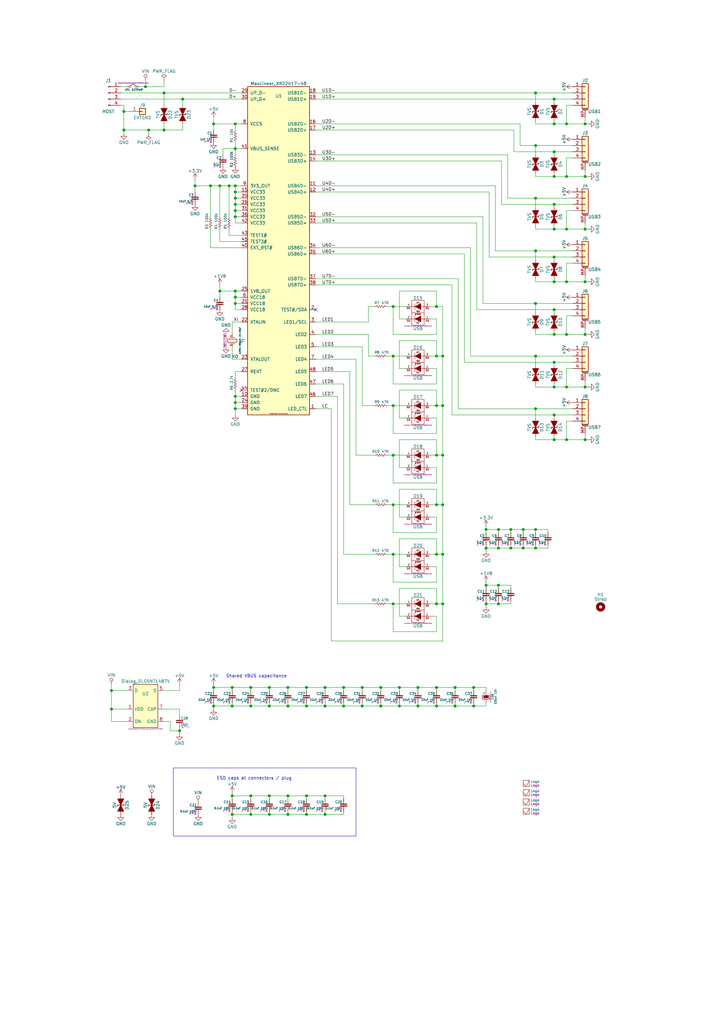
<source format=kicad_sch>
(kicad_sch (version 20220622) (generator eeschema)
  (paper "A3" portrait)
  (title_block (title "StickHub") (company "Stefan Hamminga (https://rbts.co)"))
  (junction (at 240.03 115.57) (diameter 1.016))
  (junction (at 199.39 217.17) (diameter 1.016))
  (junction (at 87.63 50.8) (diameter 1.016))
  (junction (at 194.31 281.94) (diameter 1.016))
  (junction (at 227.33 158.75) (diameter 1.016))
  (junction (at 95.25 334.01) (diameter 1.016))
  (junction (at 96.52 83.82) (diameter 1.016))
  (junction (at 179.07 166.37) (diameter 1.016))
  (junction (at 90.17 119.38) (diameter 1.016))
  (junction (at 179.07 125.73) (diameter 1.016))
  (junction (at 110.49 334.01) (diameter 1.016))
  (junction (at 93.98 76.2) (diameter 1.016))
  (junction (at 133.35 281.94) (diameter 1.016))
  (junction (at 181.61 247.65) (diameter 1.016))
  (junction (at 96.52 124.46) (diameter 1.016))
  (junction (at 156.21 289.56) (diameter 1.016))
  (junction (at 227.33 50.8) (diameter 1.016))
  (junction (at 219.71 38.1) (diameter 1.016))
  (junction (at 219.71 167.64) (diameter 1.016))
  (junction (at 87.63 281.94) (diameter 1.016))
  (junction (at 204.47 224.79) (diameter 1.016))
  (junction (at 59.69 35.56) (diameter 1.016))
  (junction (at 161.29 186.69) (diameter 1.016))
  (junction (at 227.33 170.18) (diameter 1.016))
  (junction (at 179.07 186.69) (diameter 1.016))
  (junction (at 163.83 281.94) (diameter 1.016))
  (junction (at 95.25 281.94) (diameter 1.016))
  (junction (at 219.71 146.05) (diameter 1.016))
  (junction (at 240.03 158.75) (diameter 1.016))
  (junction (at 181.61 227.33) (diameter 1.016))
  (junction (at 181.61 186.69) (diameter 1.016))
  (junction (at 96.52 88.9) (diameter 1.016))
  (junction (at 125.73 281.94) (diameter 1.016))
  (junction (at 73.66 299.72) (diameter 1.016))
  (junction (at 240.03 72.39) (diameter 1.016))
  (junction (at 171.45 289.56) (diameter 1.016))
  (junction (at 96.52 167.64) (diameter 1.016))
  (junction (at 161.29 247.65) (diameter 1.016))
  (junction (at 219.71 102.87) (diameter 1.016))
  (junction (at 96.52 165.1) (diameter 1.016))
  (junction (at 186.69 281.94) (diameter 1.016))
  (junction (at 95.25 326.39) (diameter 1.016))
  (junction (at 227.33 148.59) (diameter 1.016))
  (junction (at 227.33 180.34) (diameter 1.016))
  (junction (at 219.71 217.17) (diameter 1.016))
  (junction (at 227.33 62.23) (diameter 1.016))
  (junction (at 199.39 240.03) (diameter 1.016))
  (junction (at 50.8 45.72) (diameter 1.016))
  (junction (at 219.71 224.79) (diameter 1.016))
  (junction (at 227.33 93.98) (diameter 1.016))
  (junction (at 227.33 115.57) (diameter 1.016))
  (junction (at 118.11 334.01) (diameter 1.016))
  (junction (at 50.8 53.34) (diameter 1.016))
  (junction (at 163.83 289.56) (diameter 1.016))
  (junction (at 209.55 217.17) (diameter 1.016))
  (junction (at 96.52 76.2) (diameter 1.016))
  (junction (at 96.52 162.56) (diameter 1.016))
  (junction (at 102.87 334.01) (diameter 1.016))
  (junction (at 219.71 81.28) (diameter 1.016))
  (junction (at 74.93 40.64) (diameter 1.016))
  (junction (at 96.52 60.96) (diameter 1.016))
  (junction (at 118.11 289.56) (diameter 1.016))
  (junction (at 227.33 137.16) (diameter 1.016))
  (junction (at 60.96 53.34) (diameter 1.016))
  (junction (at 219.71 59.69) (diameter 1.016))
  (junction (at 161.29 227.33) (diameter 1.016))
  (junction (at 204.47 247.65) (diameter 1.016))
  (junction (at 156.21 281.94) (diameter 1.016))
  (junction (at 199.39 224.79) (diameter 1.016))
  (junction (at 45.72 283.21) (diameter 1.016))
  (junction (at 161.29 125.73) (diameter 1.016))
  (junction (at 110.49 281.94) (diameter 1.016))
  (junction (at 110.49 326.39) (diameter 1.016))
  (junction (at 102.87 289.56) (diameter 1.016))
  (junction (at 133.35 289.56) (diameter 1.016))
  (junction (at 214.63 217.17) (diameter 1.016))
  (junction (at 133.35 334.01) (diameter 1.016))
  (junction (at 95.25 289.56) (diameter 1.016))
  (junction (at 45.72 290.83) (diameter 1.016))
  (junction (at 96.52 86.36) (diameter 1.016))
  (junction (at 240.03 50.8) (diameter 1.016))
  (junction (at 199.39 247.65) (diameter 1.016))
  (junction (at 232.41 72.39) (diameter 1.016))
  (junction (at 181.61 207.01) (diameter 1.016))
  (junction (at 161.29 207.01) (diameter 1.016))
  (junction (at 80.01 76.2) (diameter 1.016))
  (junction (at 161.29 166.37) (diameter 1.016))
  (junction (at 240.03 93.98) (diameter 1.016))
  (junction (at 227.33 105.41) (diameter 1.016))
  (junction (at 194.31 289.56) (diameter 1.016))
  (junction (at 102.87 326.39) (diameter 1.016))
  (junction (at 96.52 50.8) (diameter 1.016))
  (junction (at 125.73 326.39) (diameter 1.016))
  (junction (at 232.41 50.8) (diameter 1.016))
  (junction (at 96.52 81.28) (diameter 1.016))
  (junction (at 227.33 72.39) (diameter 1.016))
  (junction (at 214.63 224.79) (diameter 1.016))
  (junction (at 204.47 217.17) (diameter 1.016))
  (junction (at 148.59 281.94) (diameter 1.016))
  (junction (at 110.49 289.56) (diameter 1.016))
  (junction (at 148.59 289.56) (diameter 1.016))
  (junction (at 87.63 289.56) (diameter 1.016))
  (junction (at 179.07 146.05) (diameter 1.016))
  (junction (at 232.41 93.98) (diameter 1.016))
  (junction (at 67.31 38.1) (diameter 1.016))
  (junction (at 181.61 166.37) (diameter 1.016))
  (junction (at 181.61 146.05) (diameter 1.016))
  (junction (at 125.73 289.56) (diameter 1.016))
  (junction (at 219.71 124.46) (diameter 1.016))
  (junction (at 232.41 158.75) (diameter 1.016))
  (junction (at 204.47 240.03) (diameter 1.016))
  (junction (at 232.41 180.34) (diameter 1.016))
  (junction (at 118.11 326.39) (diameter 1.016))
  (junction (at 118.11 281.94) (diameter 1.016))
  (junction (at 179.07 281.94) (diameter 1.016))
  (junction (at 96.52 78.74) (diameter 1.016))
  (junction (at 186.69 289.56) (diameter 1.016))
  (junction (at 227.33 40.64) (diameter 1.016))
  (junction (at 240.03 137.16) (diameter 1.016))
  (junction (at 67.31 53.34) (diameter 1.016))
  (junction (at 179.07 227.33) (diameter 1.016))
  (junction (at 96.52 119.38) (diameter 1.016))
  (junction (at 179.07 207.01) (diameter 1.016))
  (junction (at 227.33 127) (diameter 1.016))
  (junction (at 179.07 247.65) (diameter 1.016))
  (junction (at 161.29 146.05) (diameter 1.016))
  (junction (at 140.97 289.56) (diameter 1.016))
  (junction (at 140.97 281.94) (diameter 1.016))
  (junction (at 227.33 83.82) (diameter 1.016))
  (junction (at 125.73 334.01) (diameter 1.016))
  (junction (at 86.36 76.2) (diameter 1.016))
  (junction (at 133.35 326.39) (diameter 1.016))
  (junction (at 240.03 180.34) (diameter 1.016))
  (junction (at 179.07 289.56) (diameter 1.016))
  (junction (at 209.55 224.79) (diameter 1.016))
  (junction (at 96.52 121.92) (diameter 1.016))
  (junction (at 232.41 115.57) (diameter 1.016))
  (junction (at 90.17 76.2) (diameter 1.016))
  (junction (at 232.41 137.16) (diameter 1.016))
  (junction (at 102.87 281.94) (diameter 1.016))
  (junction (at 171.45 281.94) (diameter 1.016))
  (no_connect (at 99.06 160.02))
  (no_connect (at 129.54 127))
  (wire (pts (xy 240.03 158.75) (xy 241.3 158.75)))
  (wire (pts (xy 95.25 332.74) (xy 95.25 334.01)))
  (wire (pts (xy 179.07 146.05) (xy 176.53 146.05)))
  (wire (pts (xy 102.87 288.29) (xy 102.87 289.56)))
  (wire (pts (xy 219.71 167.64) (xy 219.71 171.45)))
  (wire (pts (xy 179.07 191.77) (xy 179.07 198.12)))
  (wire (pts (xy 204.47 223.52) (xy 204.47 224.79)))
  (wire (pts (xy 110.49 334.01) (xy 118.11 334.01)))
  (wire (pts (xy 166.37 171.45) (xy 163.83 171.45)))
  (wire (pts (xy 181.61 247.65) (xy 179.07 247.65)))
  (wire (pts (xy 179.07 252.73) (xy 179.07 259.08)))
  (wire (pts (xy 219.71 124.46) (xy 219.71 128.27)))
  (wire (pts (xy 96.52 91.44) (xy 99.06 91.44)))
  (wire (pts (xy 179.07 125.73) (xy 176.53 125.73)))
  (wire (pts (xy 204.47 217.17) (xy 204.47 218.44)))
  (wire (pts (xy 176.53 171.45) (xy 179.07 171.45)))
  (wire (pts (xy 73.66 298.45) (xy 73.66 299.72)))
  (wire (pts (xy 195.58 127) (xy 227.33 127)))
  (wire (pts (xy 219.71 81.28) (xy 219.71 85.09)))
  (wire (pts (xy 158.75 207.01) (xy 161.29 207.01)))
  (wire (pts (xy 194.31 281.94) (xy 194.31 283.21)))
  (wire (pts (xy 198.12 88.9) (xy 198.12 124.46)))
  (wire (pts (xy 232.41 115.57) (xy 240.03 115.57)))
  (wire (pts (xy 219.71 102.87) (xy 234.95 102.87)))
  (wire (pts (xy 219.71 49.53) (xy 219.71 50.8)))
  (wire (pts (xy 214.63 224.79) (xy 219.71 224.79)))
  (wire (pts (xy 161.29 227.33) (xy 166.37 227.33)))
  (wire (pts (xy 158.75 125.73) (xy 161.29 125.73)))
  (wire (pts (xy 102.87 326.39) (xy 102.87 327.66)))
  (wire (pts (xy 227.33 137.16) (xy 232.41 137.16)))
  (wire (pts (xy 179.07 241.3) (xy 179.07 247.65)))
  (wire (pts (xy 219.71 224.79) (xy 224.79 224.79)))
  (wire (pts (xy 86.36 101.6) (xy 99.06 101.6)))
  (wire (pts (xy 91.44 60.96) (xy 91.44 63.5)))
  (wire (pts (xy 49.53 38.1) (xy 67.31 38.1)))
  (wire (pts (xy 140.97 334.01) (xy 140.97 332.74)))
  (wire (pts (xy 227.33 40.64) (xy 227.33 41.91)))
  (wire (pts (xy 133.35 326.39) (xy 133.35 327.66)))
  (wire (pts (xy 45.72 283.21) (xy 45.72 290.83)))
  (wire (pts (xy 181.61 262.89) (xy 135.89 262.89)))
  (wire (pts (xy 199.39 240.03) (xy 204.47 240.03)))
  (wire (pts (xy 161.29 247.65) (xy 166.37 247.65)))
  (wire (pts (xy 234.95 86.36) (xy 232.41 86.36)))
  (wire (pts (xy 73.66 299.72) (xy 73.66 300.99)))
  (wire (pts (xy 227.33 83.82) (xy 234.95 83.82)))
  (wire (pts (xy 125.73 289.56) (xy 125.73 288.29)))
  (wire (pts (xy 186.69 281.94) (xy 186.69 283.21)))
  (wire (pts (xy 158.75 166.37) (xy 161.29 166.37)))
  (wire (pts (xy 110.49 281.94) (xy 118.11 281.94)))
  (wire (pts (xy 234.95 107.95) (xy 232.41 107.95)))
  (wire (pts (xy 90.17 119.38) (xy 90.17 121.92)))
  (wire (pts (xy 99.06 99.06) (xy 90.17 99.06)))
  (wire (pts (xy 90.17 116.84) (xy 90.17 119.38)))
  (wire (pts (xy 234.95 172.72) (xy 232.41 172.72)))
  (wire (pts (xy 49.53 40.64) (xy 74.93 40.64)))
  (wire (pts (xy 209.55 247.65) (xy 209.55 246.38)))
  (wire (pts (xy 99.06 152.4) (xy 96.52 152.4)))
  (wire (pts (xy 204.47 246.38) (xy 204.47 247.65)))
  (wire (pts (xy 102.87 289.56) (xy 110.49 289.56)))
  (wire (pts (xy 50.8 43.18) (xy 50.8 45.72)))
  (wire (pts (xy 199.39 217.17) (xy 199.39 218.44)))
  (wire (pts (xy 204.47 247.65) (xy 209.55 247.65)))
  (wire (pts (xy 179.07 281.94) (xy 179.07 283.21)))
  (wire (pts (xy 125.73 326.39) (xy 125.73 327.66)))
  (wire (pts (xy 93.98 93.98) (xy 93.98 96.52)))
  (wire (pts (xy 148.59 281.94) (xy 156.21 281.94)))
  (wire (pts (xy 199.39 281.94) (xy 199.39 283.21)))
  (wire (pts (xy 118.11 332.74) (xy 118.11 334.01)))
  (wire (pts (xy 227.33 170.18) (xy 234.95 170.18)))
  (wire (pts (xy 96.52 124.46) (xy 99.06 124.46)))
  (wire (pts (xy 203.2 102.87) (xy 219.71 102.87)))
  (wire (pts (xy 125.73 326.39) (xy 133.35 326.39)))
  (wire (pts (xy 93.98 96.52) (xy 99.06 96.52)))
  (wire (pts (xy 129.54 104.14) (xy 190.5 104.14)))
  (wire (pts (xy 224.79 217.17) (xy 219.71 217.17)))
  (wire (pts (xy 118.11 281.94) (xy 125.73 281.94)))
  (wire (pts (xy 163.83 281.94) (xy 171.45 281.94)))
  (wire (pts (xy 234.95 64.77) (xy 232.41 64.77)))
  (wire (pts (xy 232.41 93.98) (xy 240.03 93.98)))
  (wire (pts (xy 219.71 72.39) (xy 227.33 72.39)))
  (wire (pts (xy 210.82 53.34) (xy 210.82 62.23)))
  (wire (pts (xy 186.69 289.56) (xy 186.69 288.29)))
  (wire (pts (xy 213.36 50.8) (xy 213.36 59.69)))
  (wire (pts (xy 179.07 139.7) (xy 179.07 146.05)))
  (wire (pts (xy 163.83 130.81) (xy 163.83 119.38)))
  (wire (pts (xy 161.29 166.37) (xy 166.37 166.37)))
  (wire (pts (xy 60.96 53.34) (xy 60.96 54.61)))
  (wire (pts (xy 87.63 289.56) (xy 87.63 290.83)))
  (wire (pts (xy 158.75 247.65) (xy 161.29 247.65)))
  (wire (pts (xy 129.54 132.08) (xy 151.13 132.08)))
  (wire (pts (xy 193.04 101.6) (xy 193.04 146.05)))
  (wire (pts (xy 193.04 146.05) (xy 219.71 146.05)))
  (wire (pts (xy 67.31 290.83) (xy 73.66 290.83)))
  (wire (pts (xy 102.87 334.01) (xy 110.49 334.01)))
  (wire (pts (xy 80.01 76.2) (xy 86.36 76.2)))
  (wire (pts (xy 96.52 86.36) (xy 96.52 88.9)))
  (wire (pts (xy 133.35 288.29) (xy 133.35 289.56)))
  (wire (pts (xy 181.61 227.33) (xy 181.61 247.65)))
  (wire (pts (xy 87.63 48.26) (xy 87.63 50.8)))
  (wire (pts (xy 158.75 186.69) (xy 161.29 186.69)))
  (wire (pts (xy 140.97 289.56) (xy 140.97 288.29)))
  (wire (pts (xy 125.73 281.94) (xy 125.73 283.21)))
  (wire (pts (xy 194.31 289.56) (xy 194.31 288.29)))
  (wire (pts (xy 232.41 172.72) (xy 232.41 180.34)))
  (wire (pts (xy 181.61 125.73) (xy 181.61 146.05)))
  (wire (pts (xy 96.52 88.9) (xy 96.52 91.44)))
  (wire (pts (xy 232.41 64.77) (xy 232.41 72.39)))
  (wire (pts (xy 163.83 180.34) (xy 179.07 180.34)))
  (wire (pts (xy 232.41 137.16) (xy 240.03 137.16)))
  (polyline (pts (xy 146.05 342.9) (xy 71.12 342.9)) (stroke (width 0) (type solid)))
  (wire (pts (xy 227.33 127) (xy 227.33 128.27)))
  (wire (pts (xy 45.72 290.83) (xy 52.07 290.83)))
  (wire (pts (xy 148.59 289.56) (xy 156.21 289.56)))
  (wire (pts (xy 67.31 38.1) (xy 99.06 38.1)))
  (wire (pts (xy 199.39 247.65) (xy 199.39 248.92)))
  (wire (pts (xy 179.07 281.94) (xy 186.69 281.94)))
  (wire (pts (xy 74.93 40.64) (xy 74.93 43.18)))
  (wire (pts (xy 232.41 50.8) (xy 240.03 50.8)))
  (wire (pts (xy 129.54 116.84) (xy 185.42 116.84)))
  (wire (pts (xy 95.25 326.39) (xy 95.25 327.66)))
  (wire (pts (xy 199.39 240.03) (xy 199.39 241.3)))
  (wire (pts (xy 227.33 148.59) (xy 227.33 149.86)))
  (wire (pts (xy 204.47 224.79) (xy 209.55 224.79)))
  (wire (pts (xy 161.29 207.01) (xy 166.37 207.01)))
  (wire (pts (xy 227.33 83.82) (xy 227.33 85.09)))
  (wire (pts (xy 219.71 217.17) (xy 219.71 218.44)))
  (wire (pts (xy 204.47 240.03) (xy 209.55 240.03)))
  (wire (pts (xy 95.25 325.12) (xy 95.25 326.39)))
  (wire (pts (xy 219.71 124.46) (xy 234.95 124.46)))
  (wire (pts (xy 143.51 152.4) (xy 143.51 207.01)))
  (wire (pts (xy 129.54 137.16) (xy 151.13 137.16)))
  (wire (pts (xy 163.83 220.98) (xy 179.07 220.98)))
  (wire (pts (xy 227.33 170.18) (xy 227.33 171.45)))
  (wire (pts (xy 129.54 76.2) (xy 203.2 76.2)))
  (wire (pts (xy 199.39 247.65) (xy 204.47 247.65)))
  (wire (pts (xy 227.33 62.23) (xy 234.95 62.23)))
  (wire (pts (xy 176.53 151.13) (xy 179.07 151.13)))
  (wire (pts (xy 140.97 227.33) (xy 153.67 227.33)))
  (wire (pts (xy 209.55 217.17) (xy 204.47 217.17)))
  (wire (pts (xy 125.73 334.01) (xy 133.35 334.01)))
  (wire (pts (xy 69.85 295.91) (xy 69.85 299.72)))
  (wire (pts (xy 166.37 232.41) (xy 163.83 232.41)))
  (wire (pts (xy 96.52 162.56) (xy 96.52 165.1)))
  (wire (pts (xy 199.39 223.52) (xy 199.39 224.79)))
  (wire (pts (xy 240.03 93.98) (xy 240.03 91.44)))
  (wire (pts (xy 163.83 289.56) (xy 171.45 289.56)))
  (wire (pts (xy 219.71 59.69) (xy 234.95 59.69)))
  (polyline (pts (xy 71.12 314.96) (xy 146.05 314.96)) (stroke (width 0) (type solid)))
  (wire (pts (xy 95.25 288.29) (xy 95.25 289.56)))
  (wire (pts (xy 45.72 280.67) (xy 45.72 283.21)))
  (wire (pts (xy 87.63 289.56) (xy 95.25 289.56)))
  (wire (pts (xy 176.53 130.81) (xy 179.07 130.81)))
  (wire (pts (xy 96.52 124.46) (xy 96.52 121.92)))
  (wire (pts (xy 179.07 238.76) (xy 161.29 238.76)))
  (wire (pts (xy 140.97 281.94) (xy 140.97 283.21)))
  (wire (pts (xy 227.33 114.3) (xy 227.33 115.57)))
  (wire (pts (xy 96.52 83.82) (xy 99.06 83.82)))
  (wire (pts (xy 96.52 167.64) (xy 96.52 170.18)))
  (wire (pts (xy 95.25 137.16) (xy 95.25 132.08)))
  (wire (pts (xy 69.85 299.72) (xy 73.66 299.72)))
  (wire (pts (xy 214.63 217.17) (xy 209.55 217.17)))
  (wire (pts (xy 181.61 186.69) (xy 181.61 207.01)))
  (wire (pts (xy 227.33 157.48) (xy 227.33 158.75)))
  (wire (pts (xy 166.37 130.81) (xy 163.83 130.81)))
  (wire (pts (xy 129.54 53.34) (xy 210.82 53.34)))
  (wire (pts (xy 161.29 198.12) (xy 161.29 186.69)))
  (wire (pts (xy 125.73 289.56) (xy 133.35 289.56)))
  (wire (pts (xy 219.71 146.05) (xy 234.95 146.05)))
  (wire (pts (xy 110.49 326.39) (xy 118.11 326.39)))
  (wire (pts (xy 67.31 38.1) (xy 67.31 43.18)))
  (wire (pts (xy 219.71 157.48) (xy 219.71 158.75)))
  (wire (pts (xy 138.43 247.65) (xy 153.67 247.65)))
  (wire (pts (xy 181.61 146.05) (xy 181.61 166.37)))
  (wire (pts (xy 176.53 191.77) (xy 179.07 191.77)))
  (wire (pts (xy 96.52 76.2) (xy 99.06 76.2)))
  (wire (pts (xy 219.71 223.52) (xy 219.71 224.79)))
  (wire (pts (xy 146.05 147.32) (xy 146.05 186.69)))
  (wire (pts (xy 99.06 127) (xy 96.52 127)))
  (wire (pts (xy 179.07 146.05) (xy 181.61 146.05)))
  (wire (pts (xy 129.54 88.9) (xy 198.12 88.9)))
  (wire (pts (xy 240.03 72.39) (xy 240.03 69.85)))
  (wire (pts (xy 199.39 224.79) (xy 199.39 226.06)))
  (wire (pts (xy 151.13 125.73) (xy 151.13 132.08)))
  (wire (pts (xy 179.07 151.13) (xy 179.07 157.48)))
  (wire (pts (xy 67.31 33.02) (xy 67.31 35.56)))
  (wire (pts (xy 67.31 35.56) (xy 59.69 35.56)))
  (wire (pts (xy 199.39 288.29) (xy 199.39 289.56)))
  (wire (pts (xy 194.31 281.94) (xy 199.39 281.94)))
  (wire (pts (xy 96.52 60.96) (xy 96.52 63.5)))
  (wire (pts (xy 110.49 332.74) (xy 110.49 334.01)))
  (wire (pts (xy 96.52 165.1) (xy 99.06 165.1)))
  (wire (pts (xy 96.52 83.82) (xy 96.52 86.36)))
  (wire (pts (xy 96.52 121.92) (xy 96.52 119.38)))
  (wire (pts (xy 181.61 207.01) (xy 181.61 227.33)))
  (wire (pts (xy 240.03 115.57) (xy 241.3 115.57)))
  (wire (pts (xy 129.54 152.4) (xy 143.51 152.4)))
  (wire (pts (xy 240.03 50.8) (xy 240.03 48.26)))
  (wire (pts (xy 219.71 114.3) (xy 219.71 115.57)))
  (wire (pts (xy 96.52 121.92) (xy 99.06 121.92)))
  (wire (pts (xy 161.29 146.05) (xy 166.37 146.05)))
  (wire (pts (xy 118.11 334.01) (xy 125.73 334.01)))
  (wire (pts (xy 87.63 50.8) (xy 87.63 53.34)))
  (wire (pts (xy 179.07 166.37) (xy 181.61 166.37)))
  (wire (pts (xy 190.5 148.59) (xy 227.33 148.59)))
  (wire (pts (xy 90.17 76.2) (xy 93.98 76.2)))
  (wire (pts (xy 151.13 146.05) (xy 153.67 146.05)))
  (wire (pts (xy 90.17 88.9) (xy 90.17 76.2)))
  (wire (pts (xy 96.52 119.38) (xy 99.06 119.38)))
  (wire (pts (xy 148.59 288.29) (xy 148.59 289.56)))
  (wire (pts (xy 204.47 240.03) (xy 204.47 241.3)))
  (wire (pts (xy 163.83 151.13) (xy 163.83 139.7)))
  (wire (pts (xy 96.52 152.4) (xy 96.52 154.94)))
  (wire (pts (xy 219.71 92.71) (xy 219.71 93.98)))
  (wire (pts (xy 135.89 262.89) (xy 135.89 167.64)))
  (wire (pts (xy 179.07 207.01) (xy 176.53 207.01)))
  (wire (pts (xy 209.55 223.52) (xy 209.55 224.79)))
  (wire (pts (xy 80.01 76.2) (xy 80.01 78.74)))
  (wire (pts (xy 96.52 60.96) (xy 91.44 60.96)))
  (wire (pts (xy 219.71 115.57) (xy 227.33 115.57)))
  (wire (pts (xy 200.66 78.74) (xy 200.66 105.41)))
  (wire (pts (xy 50.8 53.34) (xy 50.8 54.61)))
  (wire (pts (xy 161.29 177.8) (xy 161.29 166.37)))
  (wire (pts (xy 129.54 78.74) (xy 200.66 78.74)))
  (wire (pts (xy 129.54 162.56) (xy 138.43 162.56)))
  (wire (pts (xy 179.07 220.98) (xy 179.07 227.33)))
  (wire (pts (xy 95.25 147.32) (xy 99.06 147.32)))
  (wire (pts (xy 86.36 88.9) (xy 86.36 76.2)))
  (wire (pts (xy 73.66 290.83) (xy 73.66 293.37)))
  (wire (pts (xy 185.42 116.84) (xy 185.42 170.18)))
  (wire (pts (xy 156.21 281.94) (xy 156.21 283.21)))
  (wire (pts (xy 219.71 179.07) (xy 219.71 180.34)))
  (wire (pts (xy 179.07 157.48) (xy 161.29 157.48)))
  (wire (pts (xy 95.25 142.24) (xy 95.25 147.32)))
  (wire (pts (xy 125.73 332.74) (xy 125.73 334.01)))
  (wire (pts (xy 129.54 63.5) (xy 208.28 63.5)))
  (wire (pts (xy 125.73 281.94) (xy 133.35 281.94)))
  (wire (pts (xy 227.33 179.07) (xy 227.33 180.34)))
  (wire (pts (xy 96.52 160.02) (xy 96.52 162.56)))
  (wire (pts (xy 214.63 217.17) (xy 214.63 218.44)))
  (wire (pts (xy 234.95 151.13) (xy 232.41 151.13)))
  (wire (pts (xy 59.69 35.56) (xy 59.69 33.02)))
  (wire (pts (xy 129.54 50.8) (xy 213.36 50.8)))
  (wire (pts (xy 129.54 114.3) (xy 187.96 114.3)))
  (wire (pts (xy 208.28 63.5) (xy 208.28 81.28)))
  (wire (pts (xy 87.63 280.67) (xy 87.63 281.94)))
  (wire (pts (xy 90.17 99.06) (xy 90.17 93.98)))
  (wire (pts (xy 179.07 198.12) (xy 161.29 198.12)))
  (wire (pts (xy 219.71 217.17) (xy 214.63 217.17)))
  (wire (pts (xy 179.07 207.01) (xy 181.61 207.01)))
  (wire (pts (xy 219.71 102.87) (xy 219.71 106.68)))
  (wire (pts (xy 227.33 127) (xy 234.95 127)))
  (wire (pts (xy 195.58 91.44) (xy 195.58 127)))
  (wire (pts (xy 95.25 334.01) (xy 95.25 335.28)))
  (wire (pts (xy 227.33 93.98) (xy 232.41 93.98)))
  (wire (pts (xy 153.67 125.73) (xy 151.13 125.73)))
  (wire (pts (xy 140.97 326.39) (xy 140.97 327.66)))
  (wire (pts (xy 186.69 281.94) (xy 194.31 281.94)))
  (wire (pts (xy 96.52 50.8) (xy 99.06 50.8)))
  (wire (pts (xy 133.35 334.01) (xy 140.97 334.01)))
  (wire (pts (xy 240.03 137.16) (xy 240.03 134.62)))
  (wire (pts (xy 133.35 281.94) (xy 140.97 281.94)))
  (wire (pts (xy 86.36 76.2) (xy 90.17 76.2)))
  (wire (pts (xy 95.25 289.56) (xy 102.87 289.56)))
  (wire (pts (xy 143.51 207.01) (xy 153.67 207.01)))
  (wire (pts (xy 102.87 281.94) (xy 110.49 281.94)))
  (wire (pts (xy 186.69 289.56) (xy 194.31 289.56)))
  (wire (pts (xy 129.54 40.64) (xy 227.33 40.64)))
  (wire (pts (xy 163.83 160.02) (xy 179.07 160.02)))
  (wire (pts (xy 110.49 288.29) (xy 110.49 289.56)))
  (wire (pts (xy 219.71 180.34) (xy 227.33 180.34)))
  (wire (pts (xy 45.72 283.21) (xy 52.07 283.21)))
  (wire (pts (xy 67.31 53.34) (xy 74.93 53.34)))
  (wire (pts (xy 219.71 50.8) (xy 227.33 50.8)))
  (wire (pts (xy 219.71 59.69) (xy 219.71 63.5)))
  (wire (pts (xy 227.33 115.57) (xy 232.41 115.57)))
  (wire (pts (xy 227.33 50.8) (xy 232.41 50.8)))
  (wire (pts (xy 240.03 180.34) (xy 241.3 180.34)))
  (wire (pts (xy 219.71 81.28) (xy 234.95 81.28)))
  (wire (pts (xy 96.52 81.28) (xy 96.52 83.82)))
  (wire (pts (xy 96.52 127) (xy 96.52 124.46)))
  (wire (pts (xy 140.97 281.94) (xy 148.59 281.94)))
  (wire (pts (xy 227.33 180.34) (xy 232.41 180.34)))
  (wire (pts (xy 87.63 281.94) (xy 87.63 283.21)))
  (wire (pts (xy 133.35 289.56) (xy 140.97 289.56)))
  (wire (pts (xy 227.33 49.53) (xy 227.33 50.8)))
  (wire (pts (xy 179.07 166.37) (xy 176.53 166.37)))
  (wire (pts (xy 161.29 238.76) (xy 161.29 227.33)))
  (wire (pts (xy 133.35 326.39) (xy 140.97 326.39)))
  (wire (pts (xy 52.07 295.91) (xy 45.72 295.91)))
  (wire (pts (xy 158.75 146.05) (xy 161.29 146.05)))
  (wire (pts (xy 86.36 101.6) (xy 86.36 93.98)))
  (wire (pts (xy 45.72 295.91) (xy 45.72 290.83)))
  (wire (pts (xy 234.95 43.18) (xy 232.41 43.18)))
  (wire (pts (xy 133.35 332.74) (xy 133.35 334.01)))
  (wire (pts (xy 179.07 186.69) (xy 176.53 186.69)))
  (wire (pts (xy 163.83 171.45) (xy 163.83 160.02)))
  (wire (pts (xy 232.41 107.95) (xy 232.41 115.57)))
  (wire (pts (xy 227.33 40.64) (xy 234.95 40.64)))
  (wire (pts (xy 96.52 78.74) (xy 96.52 76.2)))
  (wire (pts (xy 96.52 81.28) (xy 99.06 81.28)))
  (wire (pts (xy 232.41 151.13) (xy 232.41 158.75)))
  (wire (pts (xy 135.89 167.64) (xy 129.54 167.64)))
  (wire (pts (xy 163.83 252.73) (xy 163.83 241.3)))
  (wire (pts (xy 99.06 78.74) (xy 96.52 78.74)))
  (wire (pts (xy 179.07 137.16) (xy 161.29 137.16)))
  (wire (pts (xy 240.03 180.34) (xy 240.03 177.8)))
  (wire (pts (xy 96.52 88.9) (xy 99.06 88.9)))
  (wire (pts (xy 199.39 246.38) (xy 199.39 247.65)))
  (wire (pts (xy 171.45 281.94) (xy 179.07 281.94)))
  (wire (pts (xy 138.43 162.56) (xy 138.43 247.65)))
  (wire (pts (xy 163.83 212.09) (xy 163.83 200.66)))
  (wire (pts (xy 232.41 158.75) (xy 240.03 158.75)))
  (wire (pts (xy 118.11 326.39) (xy 118.11 327.66)))
  (wire (pts (xy 99.06 60.96) (xy 96.52 60.96)))
  (wire (pts (xy 50.8 45.72) (xy 50.8 53.34)))
  (wire (pts (xy 179.07 125.73) (xy 181.61 125.73)))
  (wire (pts (xy 161.29 125.73) (xy 166.37 125.73)))
  (wire (pts (xy 179.07 289.56) (xy 171.45 289.56)))
  (wire (pts (xy 171.45 289.56) (xy 171.45 288.29)))
  (wire (pts (xy 179.07 180.34) (xy 179.07 186.69)))
  (wire (pts (xy 163.83 200.66) (xy 179.07 200.66)))
  (polyline (pts (xy 146.05 314.96) (xy 146.05 342.9)) (stroke (width 0) (type solid)))
  (wire (pts (xy 209.55 217.17) (xy 209.55 218.44)))
  (wire (pts (xy 50.8 45.72) (xy 53.34 45.72)))
  (wire (pts (xy 163.83 281.94) (xy 163.83 283.21)))
  (wire (pts (xy 87.63 288.29) (xy 87.63 289.56)))
  (wire (pts (xy 67.31 295.91) (xy 69.85 295.91)))
  (wire (pts (xy 179.07 186.69) (xy 181.61 186.69)))
  (wire (pts (xy 219.71 38.1) (xy 219.71 41.91)))
  (wire (pts (xy 95.25 326.39) (xy 102.87 326.39)))
  (wire (pts (xy 227.33 135.89) (xy 227.33 137.16)))
  (wire (pts (xy 219.71 135.89) (xy 219.71 137.16)))
  (wire (pts (xy 234.95 129.54) (xy 232.41 129.54)))
  (wire (pts (xy 187.96 167.64) (xy 219.71 167.64)))
  (wire (pts (xy 158.75 227.33) (xy 161.29 227.33)))
  (wire (pts (xy 227.33 105.41) (xy 234.95 105.41)))
  (wire (pts (xy 224.79 224.79) (xy 224.79 223.52)))
  (wire (pts (xy 74.93 40.64) (xy 99.06 40.64)))
  (wire (pts (xy 163.83 289.56) (xy 163.83 288.29)))
  (wire (pts (xy 95.25 334.01) (xy 102.87 334.01)))
  (wire (pts (xy 179.07 227.33) (xy 176.53 227.33)))
  (wire (pts (xy 67.31 283.21) (xy 73.66 283.21)))
  (wire (pts (xy 213.36 59.69) (xy 219.71 59.69)))
  (wire (pts (xy 198.12 124.46) (xy 219.71 124.46)))
  (wire (pts (xy 163.83 139.7) (xy 179.07 139.7)))
  (wire (pts (xy 179.07 288.29) (xy 179.07 289.56)))
  (wire (pts (xy 146.05 186.69) (xy 153.67 186.69)))
  (wire (pts (xy 166.37 191.77) (xy 163.83 191.77)))
  (wire (pts (xy 102.87 332.74) (xy 102.87 334.01)))
  (wire (pts (xy 163.83 232.41) (xy 163.83 220.98)))
  (wire (pts (xy 179.07 289.56) (xy 186.69 289.56)))
  (wire (pts (xy 205.74 83.82) (xy 227.33 83.82)))
  (wire (pts (xy 166.37 212.09) (xy 163.83 212.09)))
  (wire (pts (xy 166.37 151.13) (xy 163.83 151.13)))
  (wire (pts (xy 57.15 35.56) (xy 59.69 35.56)))
  (wire (pts (xy 96.52 162.56) (xy 99.06 162.56)))
  (wire (pts (xy 205.74 66.04) (xy 205.74 83.82)))
  (wire (pts (xy 219.71 71.12) (xy 219.71 72.39)))
  (wire (pts (xy 129.54 157.48) (xy 140.97 157.48)))
  (wire (pts (xy 118.11 289.56) (xy 125.73 289.56)))
  (wire (pts (xy 179.07 177.8) (xy 161.29 177.8)))
  (wire (pts (xy 156.21 289.56) (xy 156.21 288.29)))
  (wire (pts (xy 161.29 186.69) (xy 166.37 186.69)))
  (wire (pts (xy 181.61 247.65) (xy 181.61 262.89)))
  (wire (pts (xy 110.49 289.56) (xy 118.11 289.56)))
  (wire (pts (xy 240.03 93.98) (xy 241.3 93.98)))
  (wire (pts (xy 219.71 158.75) (xy 227.33 158.75)))
  (wire (pts (xy 190.5 104.14) (xy 190.5 148.59)))
  (wire (pts (xy 90.17 119.38) (xy 96.52 119.38)))
  (wire (pts (xy 219.71 93.98) (xy 227.33 93.98)))
  (wire (pts (xy 208.28 81.28) (xy 219.71 81.28)))
  (wire (pts (xy 227.33 148.59) (xy 234.95 148.59)))
  (wire (pts (xy 219.71 38.1) (xy 234.95 38.1)))
  (wire (pts (xy 161.29 157.48) (xy 161.29 146.05)))
  (wire (pts (xy 156.21 281.94) (xy 163.83 281.94)))
  (wire (pts (xy 227.33 92.71) (xy 227.33 93.98)))
  (wire (pts (xy 179.07 259.08) (xy 161.29 259.08)))
  (wire (pts (xy 240.03 137.16) (xy 241.3 137.16)))
  (wire (pts (xy 118.11 281.94) (xy 118.11 283.21)))
  (wire (pts (xy 148.59 142.24) (xy 148.59 166.37)))
  (wire (pts (xy 95.25 132.08) (xy 99.06 132.08)))
  (wire (pts (xy 96.52 86.36) (xy 99.06 86.36)))
  (wire (pts (xy 232.41 129.54) (xy 232.41 137.16)))
  (wire (pts (xy 179.07 227.33) (xy 181.61 227.33)))
  (wire (pts (xy 163.83 241.3) (xy 179.07 241.3)))
  (wire (pts (xy 176.53 212.09) (xy 179.07 212.09)))
  (wire (pts (xy 95.25 281.94) (xy 102.87 281.94)))
  (wire (pts (xy 49.53 35.56) (xy 52.07 35.56)))
  (wire (pts (xy 74.93 50.8) (xy 74.93 53.34)))
  (wire (pts (xy 96.52 165.1) (xy 96.52 167.64)))
  (wire (pts (xy 199.39 289.56) (xy 194.31 289.56)))
  (wire (pts (xy 219.71 137.16) (xy 227.33 137.16)))
  (wire (pts (xy 148.59 281.94) (xy 148.59 283.21)))
  (wire (pts (xy 129.54 147.32) (xy 146.05 147.32)))
  (wire (pts (xy 118.11 288.29) (xy 118.11 289.56)))
  (wire (pts (xy 179.07 200.66) (xy 179.07 207.01)))
  (wire (pts (xy 240.03 50.8) (xy 241.3 50.8)))
  (wire (pts (xy 118.11 326.39) (xy 125.73 326.39)))
  (wire (pts (xy 209.55 224.79) (xy 214.63 224.79)))
  (wire (pts (xy 227.33 158.75) (xy 232.41 158.75)))
  (wire (pts (xy 151.13 137.16) (xy 151.13 146.05)))
  (wire (pts (xy 199.39 224.79) (xy 204.47 224.79)))
  (wire (pts (xy 166.37 252.73) (xy 163.83 252.73)))
  (wire (pts (xy 179.07 218.44) (xy 161.29 218.44)))
  (wire (pts (xy 87.63 281.94) (xy 95.25 281.94)))
  (wire (pts (xy 185.42 170.18) (xy 227.33 170.18)))
  (wire (pts (xy 133.35 281.94) (xy 133.35 283.21)))
  (wire (pts (xy 129.54 66.04) (xy 205.74 66.04)))
  (wire (pts (xy 163.83 191.77) (xy 163.83 180.34)))
  (wire (pts (xy 87.63 50.8) (xy 96.52 50.8)))
  (wire (pts (xy 240.03 115.57) (xy 240.03 113.03)))
  (wire (pts (xy 140.97 157.48) (xy 140.97 227.33)))
  (wire (pts (xy 96.52 60.96) (xy 96.52 58.42)))
  (wire (pts (xy 232.41 72.39) (xy 240.03 72.39)))
  (wire (pts (xy 148.59 289.56) (xy 140.97 289.56)))
  (wire (pts (xy 232.41 180.34) (xy 240.03 180.34)))
  (wire (pts (xy 93.98 76.2) (xy 93.98 88.9)))
  (wire (pts (xy 129.54 38.1) (xy 219.71 38.1)))
  (wire (pts (xy 176.53 232.41) (xy 179.07 232.41)))
  (wire (pts (xy 227.33 62.23) (xy 227.33 63.5)))
  (wire (pts (xy 80.01 73.66) (xy 80.01 76.2)))
  (wire (pts (xy 148.59 166.37) (xy 153.67 166.37)))
  (wire (pts (xy 50.8 53.34) (xy 60.96 53.34)))
  (wire (pts (xy 60.96 53.34) (xy 67.31 53.34)))
  (wire (pts (xy 129.54 91.44) (xy 195.58 91.44)))
  (wire (pts (xy 210.82 62.23) (xy 227.33 62.23)))
  (wire (pts (xy 240.03 158.75) (xy 240.03 156.21)))
  (wire (pts (xy 240.03 72.39) (xy 241.3 72.39)))
  (wire (pts (xy 179.07 119.38) (xy 179.07 125.73)))
  (wire (pts (xy 163.83 119.38) (xy 179.07 119.38)))
  (wire (pts (xy 232.41 86.36) (xy 232.41 93.98)))
  (wire (pts (xy 102.87 281.94) (xy 102.87 283.21)))
  (wire (pts (xy 227.33 105.41) (xy 227.33 106.68)))
  (wire (pts (xy 110.49 281.94) (xy 110.49 283.21)))
  (wire (pts (xy 176.53 252.73) (xy 179.07 252.73)))
  (wire (pts (xy 95.25 281.94) (xy 95.25 283.21)))
  (wire (pts (xy 187.96 114.3) (xy 187.96 167.64)))
  (wire (pts (xy 219.71 167.64) (xy 234.95 167.64)))
  (wire (pts (xy 171.45 281.94) (xy 171.45 283.21)))
  (wire (pts (xy 67.31 50.8) (xy 67.31 53.34)))
  (wire (pts (xy 129.54 142.24) (xy 148.59 142.24)))
  (wire (pts (xy 96.52 78.74) (xy 96.52 81.28)))
  (wire (pts (xy 161.29 137.16) (xy 161.29 125.73)))
  (wire (pts (xy 161.29 218.44) (xy 161.29 207.01)))
  (wire (pts (xy 179.07 171.45) (xy 179.07 177.8)))
  (wire (pts (xy 232.41 43.18) (xy 232.41 50.8)))
  (polyline (pts (xy 71.12 314.96) (xy 71.12 342.9)) (stroke (width 0) (type solid)))
  (wire (pts (xy 199.39 215.9) (xy 199.39 217.17)))
  (wire (pts (xy 214.63 223.52) (xy 214.63 224.79)))
  (wire (pts (xy 227.33 72.39) (xy 232.41 72.39)))
  (wire (pts (xy 181.61 166.37) (xy 181.61 186.69)))
  (wire (pts (xy 161.29 259.08) (xy 161.29 247.65)))
  (wire (pts (xy 96.52 53.34) (xy 96.52 50.8)))
  (wire (pts (xy 224.79 218.44) (xy 224.79 217.17)))
  (wire (pts (xy 96.52 167.64) (xy 99.06 167.64)))
  (wire (pts (xy 129.54 101.6) (xy 193.04 101.6)))
  (wire (pts (xy 203.2 76.2) (xy 203.2 102.87)))
  (wire (pts (xy 179.07 212.09) (xy 179.07 218.44)))
  (wire (pts (xy 209.55 240.03) (xy 209.55 241.3)))
  (wire (pts (xy 227.33 71.12) (xy 227.33 72.39)))
  (wire (pts (xy 156.21 289.56) (xy 163.83 289.56)))
  (wire (pts (xy 102.87 326.39) (xy 110.49 326.39)))
  (wire (pts (xy 73.66 283.21) (xy 73.66 280.67)))
  (wire (pts (xy 179.07 232.41) (xy 179.07 238.76)))
  (wire (pts (xy 179.07 160.02) (xy 179.07 166.37)))
  (wire (pts (xy 179.07 130.81) (xy 179.07 137.16)))
  (wire (pts (xy 93.98 76.2) (xy 96.52 76.2)))
  (wire (pts (xy 199.39 238.76) (xy 199.39 240.03)))
  (wire (pts (xy 200.66 105.41) (xy 227.33 105.41)))
  (wire (pts (xy 49.53 43.18) (xy 50.8 43.18)))
  (wire (pts (xy 219.71 146.05) (xy 219.71 149.86)))
  (wire (pts (xy 179.07 247.65) (xy 176.53 247.65)))
  (wire (pts (xy 204.47 217.17) (xy 199.39 217.17)))
  (wire (pts (xy 110.49 326.39) (xy 110.49 327.66)))
  (text "ESD caps at connectors / plug" (at 88.9 320.04 0) (effects (font (size 1.27 1.27)) (justify left bottom)))
  (text "Shared VBUS capacitance" (at 92.71 278.13 0) (effects (font (size 1.27 1.27)) (justify left bottom)))
  (label "LED1" (at 132.08 132.08 0))
  (label "LED5" (at 132.08 152.4 0))
  (label "U1D-" (at 132.08 38.1 0))
  (label "U5D-" (at 132.08 88.9 0))
  (label "U3D-" (at 132.08 63.5 0))
  (label "D-" (at 93.98 38.1 0))
  (label "LED4" (at 132.08 147.32 0))
  (label "U4D-" (at 132.08 76.2 0))
  (label "U4D+" (at 132.08 78.74 0))
  (label "LED3" (at 132.08 142.24 0))
  (label "XI" (at 97.79 132.08 0))
  (label "D+" (at 93.98 40.64 0))
  (label "U1D+" (at 132.08 40.64 0))
  (label "U2D+" (at 132.08 53.34 0))
  (label "U2D-" (at 132.08 50.8 0))
  (label "LED7" (at 132.08 162.56 0))
  (label "LED2" (at 132.08 137.16 0))
  (label "U6D-" (at 132.08 101.6 0))
  (label "U7D-" (at 132.08 114.3 0))
  (label "U7D+" (at 132.08 116.84 0))
  (label "LED6" (at 132.08 157.48 0))
  (label "U3D+" (at 132.08 66.04 0))
  (label "U5D+" (at 132.08 91.44 0))
  (label "LC" (at 132.08 167.64 0))
  (label "XO" (at 97.79 147.32 0))
  (label "U6D+" (at 132.08 104.14 0))
  (symbol (lib_id "RobotProtos:RSMALL") (at 156.21 207.01 270) (unit 1)
    (default_instance (reference "U") (unit 1) (value "") (footprint ""))
    (property "Reference" "R11" (at 155.702 205.486 90) (effects (font (size 0.9906 0.9906)) (justify right)))
    (property "Value" "470" (at 156.464 205.486 90) (effects (font (size 0.991 0.991)) (justify left)))
    (property "Footprint" "Resistor_SMD:1608_C" (effects hide))
    (property "USD_per_1000" "0,024" (effects hide))
    (property "USD_per_1" "0,08" (effects hide))
    (property "MPN" "0402WGF4700TCE" (effects hide))
  )
  (symbol (lib_id "RobotProtos:VIN") (at 45.72 280.67 0) (unit 1)
    (default_instance (reference "U") (unit 1) (value "") (footprint ""))
    (property "Reference" "#PWR036" (effects hide))
    (property "Value" "VIN" (at 45.72 276.86 0))
  )
  (symbol (lib_name "Logo_3") (lib_id "RobotProtos:Logo") (at 215.9 332.74 0) (unit 1)
    (default_instance (reference "U") (unit 1) (value "") (footprint ""))
    (property "Reference" "LOGO4" (effects hide))
    (property "Value" "Logo" (at 217.678 331.978 0) (effects (font (size 0.9906 0.9906)) (justify left)))
    (property "Footprint" "Logo" (at 217.678 333.502 0) (effects (font (size 0.991 0.991)) (justify left)))
    (property "Description" "Not Populated" (effects hide))
  )
  (symbol (lib_id "power:PWR_FLAG") (at 67.31 33.02 0) (unit 1)
    (default_instance (reference "U") (unit 1) (value "") (footprint ""))
    (property "Reference" "#FLG0102" (effects hide))
    (property "Value" "PWR_FLAG" (at 67.31 29.21 0))
  )
  (symbol (lib_id "power:GND") (at 80.01 83.82 0) (unit 1)
    (default_instance (reference "U") (unit 1) (value "") (footprint ""))
    (property "Reference" "#PWR013" (effects hide))
    (property "Value" "GND" (at 80.01 87.63 0))
  )
  (symbol (lib_id "power:GND") (at 241.3 72.39 90) (mirror x) (unit 1)
    (default_instance (reference "U") (unit 1) (value "") (footprint ""))
    (property "Reference" "#PWR010" (effects hide))
    (property "Value" "GND" (at 245.11 72.39 0))
  )
  (symbol (lib_id "RobotProtos:D_TVS_Filled") (at 219.71 175.26 270) (mirror x) (unit 1)
    (default_instance (reference "U") (unit 1) (value "") (footprint ""))
    (property "Reference" "D13" (at 222.25 175.26 0))
    (property "Value" "TVS" (at 217.17 175.26 0))
    (property "Footprint" "Diode_SMD:1006_C" (effects hide))
    (property "MPN" "AR0521P1" (effects hide))
    (property "Description" "0.5pF 3.3V" (effects hide))
  )
  (symbol (lib_id "power:+1V8") (at 90.17 116.84 0) (unit 1)
    (default_instance (reference "U") (unit 1) (value "") (footprint ""))
    (property "Reference" "#PWR017" (effects hide))
    (property "Value" "+1V8" (at 90.17 113.284 0))
  )
  (symbol (lib_id "RobotProtos:Conn_01x01") (at 58.42 45.72 0) (unit 1)
    (default_instance (reference "U") (unit 1) (value "") (footprint ""))
    (property "Reference" "J9" (at 58.42 43.18 0))
    (property "Value" "EXTGND" (at 58.42 48.26 0))
    (property "Footprint" "SH_Solder_Pads:1P-1.5x1.5" (effects hide))
    (property "Description" "Not Populated" (effects hide))
  )
  (symbol (lib_id "RobotProtos:Csmall") (at 118.11 330.2 0) (mirror y) (unit 1)
    (default_instance (reference "U") (unit 1) (value "") (footprint ""))
    (property "Reference" "C17" (at 117.602 328.93 0) (effects (font (size 0.9906 0.9906)) (justify left)))
    (property "Value" "0.1uF 100V" (at 117.602 331.47 0) (effects (font (size 0.787 0.787)) (justify left)))
    (property "Footprint" "Capacitor_SMD:1608_C" (effects hide))
    (property "Voltage" "16V" (at 117.348 332.232 0) (effects (font (size 0.254 0.254) bold) (justify left)))
    (property "Tolerance" "10%" (at 115.824 332.232 0) (effects (font (size 0.254 0.254))))
    (property "Package" "1608" (at 117.348 332.74 0) (effects (font (size 0.2032 0.2032) bold) (justify left)))
    (property "Footprint_Density" "C" (at 114.554 332.74 0) (effects (font (size 0.254 0.254) bold)))
    (property "Dielectric" "X7R" (at 114.808 332.232 0) (effects (font (size 0.254 0.254))))
    (property "Footprint_Library" "Capacitor_SMD" (effects hide))
    (property "Spice_Primitive" "C" (effects hide))
    (property "Spice_Model" "100n" (effects hide))
    (property "Spice_Netlist_Enabled" "Y" (effects hide))
    (property "MPN" "NM0805B104K101CEDN" (effects hide))
  )
  (symbol (lib_id "RobotProtos:D_TVS_Filled") (at 219.71 132.08 270) (mirror x) (unit 1)
    (default_instance (reference "U") (unit 1) (value "") (footprint ""))
    (property "Reference" "D9" (at 222.25 132.08 0))
    (property "Value" "TVS" (at 217.17 132.08 0))
    (property "Footprint" "Diode_SMD:1006_C" (effects hide))
    (property "MPN" "AR0521P1" (effects hide))
    (property "Description" "0.5pF 3.3V" (effects hide))
  )
  (symbol (lib_id "RobotProtos:Csmall") (at 199.39 243.84 0) (mirror y) (unit 1)
    (default_instance (reference "U") (unit 1) (value "") (footprint ""))
    (property "Reference" "C11" (at 198.882 242.57 0) (effects (font (size 0.9906 0.9906)) (justify left)))
    (property "Value" "0.1uF" (at 198.882 245.11 0) (effects (font (size 0.787 0.787)) (justify left)))
    (property "Footprint" "Capacitor_SMD:1608_C" (effects hide))
    (property "Voltage" "16V" (at 198.628 245.872 0) (effects (font (size 0.254 0.254) bold) (justify left)))
    (property "Tolerance" "10%" (at 197.104 245.872 0) (effects (font (size 0.254 0.254))))
    (property "Package" "1608" (at 198.628 246.38 0) (effects (font (size 0.2032 0.2032) bold) (justify left)))
    (property "Footprint_Density" "C" (at 195.834 246.38 0) (effects (font (size 0.254 0.254) bold)))
    (property "Dielectric" "X7R" (at 196.088 245.872 0) (effects (font (size 0.254 0.254))))
    (property "Footprint_Library" "Capacitor_SMD" (effects hide))
    (property "Spice_Primitive" "C" (effects hide))
    (property "Spice_Model" "100n" (effects hide))
    (property "Spice_Netlist_Enabled" "Y" (effects hide))
    (property "MPN" "CC0402KRX7R7BB104" (effects hide))
  )
  (symbol (lib_id "power:+5V") (at 234.95 165.1 90) (mirror x) (unit 1)
    (default_instance (reference "U") (unit 1) (value "") (footprint ""))
    (property "Reference" "#PWR025" (effects hide))
    (property "Value" "+5V" (at 231.394 165.1 0))
  )
  (symbol (lib_id "RobotProtos:LED_DUAL_red_green") (at 171.45 128.27 0) (unit 1)
    (default_instance (reference "U") (unit 1) (value "") (footprint ""))
    (property "Reference" "D15" (at 171.45 122.174 0))
    (property "Value" "USB" (at 171.45 134.747 0))
    (property "Footprint" "LED_SMD:Duo_LED_1.6x0.8_Kingbright_APHB1608LZGKSURKC" (at 171.45 133.731 0) (effects (font (size 0.254 0.254))))
    (property "MPN" "APHB1608SGEC" (effects hide))
  )
  (symbol (lib_id "power:+5V") (at 49.53 326.39 0) (unit 1)
    (default_instance (reference "U") (unit 1) (value "") (footprint ""))
    (property "Reference" "#PWR040" (effects hide))
    (property "Value" "+5V" (at 49.53 322.834 0))
  )
  (symbol (lib_id "RobotProtos:Crystal_small_4P") (at 95.25 139.7 270) (unit 1)
    (default_instance (reference "U") (unit 1) (value "") (footprint ""))
    (property "Reference" "Y1" (at 99.695 139.7 0) (effects (font (size 0.9906 0.9906))))
    (property "Value" "12MHz 50ppm 16-20pF" (at 98.425 139.7 0) (effects (font (size 0.61 0.61))))
    (property "Footprint" "Crystal:Crystal_4-SMD_2.5x2mm" (at 91.948 139.7 0) (effects (font (size 0.254 0.254))))
    (property "MPN" "CM4012M00020T8188026" (effects hide))
  )
  (symbol (lib_id "power:+5V") (at 234.95 78.74 90) (mirror x) (unit 1)
    (default_instance (reference "U") (unit 1) (value "") (footprint ""))
    (property "Reference" "#PWR012" (effects hide))
    (property "Value" "+5V" (at 231.394 78.74 0))
  )
  (symbol (lib_id "RobotProtos:Csmall") (at 81.28 331.47 0) (mirror y) (unit 1)
    (default_instance (reference "U") (unit 1) (value "") (footprint ""))
    (property "Reference" "C21" (at 80.772 330.2 0) (effects (font (size 0.9906 0.9906)) (justify left)))
    (property "Value" "0.1uF 100V" (at 80.772 332.74 0) (effects (font (size 0.787 0.787)) (justify left)))
    (property "Footprint" "Capacitor_SMD:1608_C" (effects hide))
    (property "Voltage" "16V" (at 80.518 333.502 0) (effects (font (size 0.254 0.254) bold) (justify left)))
    (property "Tolerance" "10%" (at 78.994 333.502 0) (effects (font (size 0.254 0.254))))
    (property "Package" "1608" (at 80.518 334.01 0) (effects (font (size 0.2032 0.2032) bold) (justify left)))
    (property "Footprint_Density" "C" (at 77.724 334.01 0) (effects (font (size 0.254 0.254) bold)))
    (property "Dielectric" "X7R" (at 77.978 333.502 0) (effects (font (size 0.254 0.254))))
    (property "Footprint_Library" "Capacitor_SMD" (effects hide))
    (property "Spice_Primitive" "C" (effects hide))
    (property "Spice_Model" "100n" (effects hide))
    (property "Spice_Netlist_Enabled" "Y" (effects hide))
    (property "MPN" "NM0805B104K101CEDN" (effects hide))
  )
  (symbol (lib_id "power:GND") (at 199.39 226.06 0) (unit 1)
    (default_instance (reference "U") (unit 1) (value "") (footprint ""))
    (property "Reference" "#PWR029" (effects hide))
    (property "Value" "GND" (at 199.39 229.87 0))
  )
  (symbol (lib_id "RobotProtos:RSMALL") (at 93.98 91.44 0) (unit 1)
    (default_instance (reference "U") (unit 1) (value "") (footprint ""))
    (property "Reference" "R5" (at 92.456 91.948 90) (effects (font (size 0.9906 0.9906)) (justify right)))
    (property "Value" "100k" (at 92.456 91.186 90) (effects (font (size 0.991 0.991)) (justify left)))
    (property "Footprint" "Resistor_SMD:1608_C" (effects hide))
    (property "USD_per_1000" "0,024" (effects hide))
    (property "USD_per_1" "0,08" (effects hide))
    (property "MPN" "0402WGF1003TCE" (effects hide))
  )
  (symbol (lib_id "RobotProtos:Conn_01x04_MountingPin") (at 240.03 102.87 0) (unit 1)
    (default_instance (reference "U") (unit 1) (value "") (footprint ""))
    (property "Reference" "J5" (at 240.03 97.79 0))
    (property "Value" "USB4" (at 241.3 110.49 0) (effects (justify left)))
    (property "Footprint" "Connector_JST:JST_SH_SM04B-SRSS-TB_1x04-1MP_P1.00mm_Horizontal" (effects hide))
    (property "Description" "JST SH 4-Pin horizontal" (effects hide))
    (property "MPN" "SM04B-SRSS-TB(LF)(SN) " (effects hide))
  )
  (symbol (lib_id "RobotProtos:RSMALL") (at 86.36 91.44 0) (unit 1)
    (default_instance (reference "U") (unit 1) (value "") (footprint ""))
    (property "Reference" "R3" (at 84.836 91.948 90) (effects (font (size 0.9906 0.9906)) (justify right)))
    (property "Value" "100k" (at 84.836 91.186 90) (effects (font (size 0.991 0.991)) (justify left)))
    (property "Footprint" "Resistor_SMD:1608_C" (effects hide))
    (property "USD_per_1000" "0,024" (effects hide))
    (property "USD_per_1" "0,08" (effects hide))
    (property "MPN" "0402WGF1003TCE" (effects hide))
  )
  (symbol (lib_id "RobotProtos:JUMPER") (at 54.61 35.56 0) (unit 1)
    (default_instance (reference "U") (unit 1) (value "") (footprint ""))
    (property "Reference" "JP1" (at 53.34 36.83 0) (effects (font (size 0.7874 0.7874)) (justify right)))
    (property "Value" "EXTPWR" (at 53.975 36.83 0) (effects (font (size 0.787 0.787)) (justify left)))
    (property "Footprint" "Connector_PinHeader_2.54mm:PinHeader_1x02_P2.54mm_Vertical" (at 54.61 34.036 0) (effects (font (size 0.254 0.254))))
    (property "Description" "Not Populated" (effects hide))
  )
  (symbol (lib_id "RobotProtos:Conn_01x04_MountingPin") (at 240.03 167.64 0) (unit 1)
    (default_instance (reference "U") (unit 1) (value "") (footprint ""))
    (property "Reference" "J8" (at 240.03 162.56 0))
    (property "Value" "USB7" (at 241.3 175.26 0) (effects (justify left)))
    (property "Footprint" "Connector_JST:JST_SH_SM04B-SRSS-TB_1x04-1MP_P1.00mm_Horizontal" (effects hide))
    (property "Description" "JST SH 4-Pin horizontal" (effects hide))
    (property "MPN" "SM04B-SRSS-TB(LF)(SN) " (effects hide))
  )
  (symbol (lib_name "Logo_2") (lib_id "RobotProtos:Logo") (at 215.9 328.93 0) (unit 1)
    (default_instance (reference "U") (unit 1) (value "") (footprint ""))
    (property "Reference" "LOGO3" (effects hide))
    (property "Value" "Logo" (at 217.678 328.168 0) (effects (font (size 0.9906 0.9906)) (justify left)))
    (property "Footprint" "Logo" (at 217.678 329.692 0) (effects (font (size 0.991 0.991)) (justify left)))
    (property "Description" "Not Populated" (effects hide))
  )
  (symbol (lib_id "RobotProtos:Csmall") (at 133.35 330.2 0) (mirror y) (unit 1)
    (default_instance (reference "U") (unit 1) (value "") (footprint ""))
    (property "Reference" "C19" (at 132.842 328.93 0) (effects (font (size 0.9906 0.9906)) (justify left)))
    (property "Value" "0.1uF 100V" (at 132.842 331.47 0) (effects (font (size 0.787 0.787)) (justify left)))
    (property "Footprint" "Capacitor_SMD:1608_C" (effects hide))
    (property "Voltage" "16V" (at 132.588 332.232 0) (effects (font (size 0.254 0.254) bold) (justify left)))
    (property "Tolerance" "10%" (at 131.064 332.232 0) (effects (font (size 0.254 0.254))))
    (property "Package" "1608" (at 132.588 332.74 0) (effects (font (size 0.2032 0.2032) bold) (justify left)))
    (property "Footprint_Density" "C" (at 129.794 332.74 0) (effects (font (size 0.254 0.254) bold)))
    (property "Dielectric" "X7R" (at 130.048 332.232 0) (effects (font (size 0.254 0.254))))
    (property "Footprint_Library" "Capacitor_SMD" (effects hide))
    (property "Spice_Primitive" "C" (effects hide))
    (property "Spice_Model" "100n" (effects hide))
    (property "Spice_Netlist_Enabled" "Y" (effects hide))
    (property "MPN" "NM0805B104K101CEDN" (effects hide))
  )
  (symbol (lib_id "RobotProtos:Csmall") (at 219.71 220.98 0) (mirror y) (unit 1)
    (default_instance (reference "U") (unit 1) (value "") (footprint ""))
    (property "Reference" "C9" (at 219.202 219.71 0) (effects (font (size 0.9906 0.9906)) (justify left)))
    (property "Value" "0.1uF" (at 219.202 222.25 0) (effects (font (size 0.787 0.787)) (justify left)))
    (property "Footprint" "Capacitor_SMD:1608_C" (effects hide))
    (property "Voltage" "16V" (at 218.948 223.012 0) (effects (font (size 0.254 0.254) bold) (justify left)))
    (property "Tolerance" "10%" (at 217.424 223.012 0) (effects (font (size 0.254 0.254))))
    (property "Package" "1608" (at 218.948 223.52 0) (effects (font (size 0.2032 0.2032) bold) (justify left)))
    (property "Footprint_Density" "C" (at 216.154 223.52 0) (effects (font (size 0.254 0.254) bold)))
    (property "Dielectric" "X7R" (at 216.408 223.012 0) (effects (font (size 0.254 0.254))))
    (property "Footprint_Library" "Capacitor_SMD" (effects hide))
    (property "Spice_Primitive" "C" (effects hide))
    (property "Spice_Model" "100n" (effects hide))
    (property "Spice_Netlist_Enabled" "Y" (effects hide))
    (property "MPN" "CC0402KRX7R7BB104" (effects hide))
  )
  (symbol (lib_id "RobotProtos:Csmall") (at 73.66 295.91 0) (unit 1)
    (default_instance (reference "U") (unit 1) (value "") (footprint ""))
    (property "Reference" "C28" (at 74.168 294.64 0) (effects (font (size 0.9906 0.9906)) (justify left)))
    (property "Value" "15nF" (at 74.168 297.18 0) (effects (font (size 0.787 0.787)) (justify left)))
    (property "Footprint" "Capacitor_SMD:1608_C" (effects hide))
    (property "Voltage" "16V" (at 74.422 297.942 0) (effects (font (size 0.254 0.254) bold) (justify left)))
    (property "Tolerance" "10%" (at 75.946 297.942 0) (effects (font (size 0.254 0.254))))
    (property "Package" "1608" (at 74.422 298.45 0) (effects (font (size 0.2032 0.2032) bold) (justify left)))
    (property "Footprint_Density" "C" (at 77.216 298.45 0) (effects (font (size 0.254 0.254) bold)))
    (property "Dielectric" "X7R" (at 76.962 297.942 0) (effects (font (size 0.254 0.254))))
    (property "Footprint_Library" "Capacitor_SMD" (effects hide))
    (property "Spice_Primitive" "C" (effects hide))
    (property "Spice_Model" "100n" (effects hide))
    (property "Spice_Netlist_Enabled" "Y" (effects hide))
    (property "Description" "15nF 16V X7R" (effects hide))
  )
  (symbol (lib_id "RobotProtos:RSMALL") (at 96.52 55.88 0) (unit 1)
    (default_instance (reference "U") (unit 1) (value "") (footprint ""))
    (property "Reference" "R1" (at 94.996 56.388 90) (effects (font (size 0.9906 0.9906)) (justify right)))
    (property "Value" "10k" (at 94.996 55.626 90) (effects (font (size 0.991 0.991)) (justify left)))
    (property "Footprint" "Resistor_SMD:1608_C" (effects hide))
    (property "USD_per_1000" "0,024" (effects hide))
    (property "USD_per_1" "0,08" (effects hide))
    (property "MPN" "0402WGF1002TCE" (effects hide))
  )
  (symbol (lib_id "power:GND") (at 81.28 334.01 0) (unit 1)
    (default_instance (reference "U") (unit 1) (value "") (footprint ""))
    (property "Reference" "#PWR043" (effects hide))
    (property "Value" "GND" (at 81.28 337.82 0))
  )
  (symbol (lib_id "RobotProtos:LED_DUAL_red_green") (at 171.45 229.87 0) (unit 1)
    (default_instance (reference "U") (unit 1) (value "") (footprint ""))
    (property "Reference" "D20" (at 171.45 223.774 0))
    (property "Value" "USB" (at 171.45 236.347 0))
    (property "Footprint" "LED_SMD:Duo_LED_1.6x0.8_Kingbright_APHB1608LZGKSURKC" (at 171.45 235.331 0) (effects (font (size 0.254 0.254))))
    (property "MPN" "APHB1608SGEC" (effects hide))
  )
  (symbol (lib_id "RobotProtos:LED_DUAL_red_green") (at 171.45 250.19 0) (unit 1)
    (default_instance (reference "U") (unit 1) (value "") (footprint ""))
    (property "Reference" "D21" (at 171.45 244.094 0))
    (property "Value" "USB" (at 171.45 256.667 0))
    (property "Footprint" "LED_SMD:Duo_LED_1.6x0.8_Kingbright_APHB1608LZGKSURKC" (at 171.45 255.651 0) (effects (font (size 0.254 0.254))))
    (property "MPN" "APHB1608SGEC" (effects hide))
  )
  (symbol (lib_id "power:GND") (at 241.3 137.16 90) (mirror x) (unit 1)
    (default_instance (reference "U") (unit 1) (value "") (footprint ""))
    (property "Reference" "#PWR021" (effects hide))
    (property "Value" "GND" (at 245.11 137.16 0))
  )
  (symbol (lib_id "power:+5V") (at 73.66 280.67 0) (unit 1)
    (default_instance (reference "U") (unit 1) (value "") (footprint ""))
    (property "Reference" "#PWR037" (effects hide))
    (property "Value" "+5V" (at 73.66 277.114 0))
  )
  (symbol (lib_id "RobotProtos:D_TVS_Filled") (at 227.33 153.67 270) (mirror x) (unit 1)
    (default_instance (reference "U") (unit 1) (value "") (footprint ""))
    (property "Reference" "D12" (at 229.87 153.67 0))
    (property "Value" "TVS" (at 224.79 153.67 0))
    (property "Footprint" "Diode_SMD:1006_C" (effects hide))
    (property "MPN" "AR0521P1" (effects hide))
    (property "Description" "0.5pF 3.3V" (effects hide))
  )
  (symbol (lib_id "RobotProtos:Csmall") (at 87.63 55.88 0) (mirror y) (unit 1)
    (default_instance (reference "U") (unit 1) (value "") (footprint ""))
    (property "Reference" "C1" (at 87.122 54.61 0) (effects (font (size 0.9906 0.9906)) (justify left)))
    (property "Value" "1uF 10V" (at 87.122 57.15 0) (effects (font (size 0.787 0.787)) (justify left)))
    (property "Footprint" "Capacitor_SMD:1608_C" (effects hide))
    (property "Voltage" "16V" (at 86.868 57.912 0) (effects (font (size 0.254 0.254) bold) (justify left)))
    (property "Tolerance" "10%" (at 85.344 57.912 0) (effects (font (size 0.254 0.254))))
    (property "Package" "1608" (at 86.868 58.42 0) (effects (font (size 0.2032 0.2032) bold) (justify left)))
    (property "Footprint_Density" "C" (at 84.074 58.42 0) (effects (font (size 0.254 0.254) bold)))
    (property "Dielectric" "X7R" (at 84.328 57.912 0) (effects (font (size 0.254 0.254))))
    (property "Footprint_Library" "Capacitor_SMD" (effects hide))
    (property "Spice_Primitive" "C" (effects hide))
    (property "Spice_Model" "100n" (effects hide))
    (property "Spice_Netlist_Enabled" "Y" (effects hide))
    (property "MPN" "FS15B105K100PKG" (effects hide))
  )
  (symbol (lib_id "power:GND") (at 241.3 180.34 90) (mirror x) (unit 1)
    (default_instance (reference "U") (unit 1) (value "") (footprint ""))
    (property "Reference" "#PWR027" (effects hide))
    (property "Value" "GND" (at 245.11 180.34 0))
  )
  (symbol (lib_id "RobotProtos:Csmall") (at 214.63 220.98 0) (mirror y) (unit 1)
    (default_instance (reference "U") (unit 1) (value "") (footprint ""))
    (property "Reference" "C8" (at 214.122 219.71 0) (effects (font (size 0.9906 0.9906)) (justify left)))
    (property "Value" "0.1uF" (at 214.122 222.25 0) (effects (font (size 0.787 0.787)) (justify left)))
    (property "Footprint" "Capacitor_SMD:1608_C" (effects hide))
    (property "Voltage" "16V" (at 213.868 223.012 0) (effects (font (size 0.254 0.254) bold) (justify left)))
    (property "Tolerance" "10%" (at 212.344 223.012 0) (effects (font (size 0.254 0.254))))
    (property "Package" "1608" (at 213.868 223.52 0) (effects (font (size 0.2032 0.2032) bold) (justify left)))
    (property "Footprint_Density" "C" (at 211.074 223.52 0) (effects (font (size 0.254 0.254) bold)))
    (property "Dielectric" "X7R" (at 211.328 223.012 0) (effects (font (size 0.254 0.254))))
    (property "Footprint_Library" "Capacitor_SMD" (effects hide))
    (property "Spice_Primitive" "C" (effects hide))
    (property "Spice_Model" "100n" (effects hide))
    (property "Spice_Netlist_Enabled" "Y" (effects hide))
    (property "MPN" "CC0402KRX7R7BB104" (effects hide))
  )
  (symbol (lib_id "RobotProtos:Csmall") (at 80.01 81.28 0) (mirror y) (unit 1)
    (default_instance (reference "U") (unit 1) (value "") (footprint ""))
    (property "Reference" "C3" (at 79.502 80.01 0) (effects (font (size 0.9906 0.9906)) (justify left)))
    (property "Value" "10uF 6.3V" (at 79.502 82.55 0) (effects (font (size 0.787 0.787)) (justify left)))
    (property "Footprint" "Capacitor_SMD:1608_C" (effects hide))
    (property "Voltage" "16V" (at 79.248 83.312 0) (effects (font (size 0.254 0.254) bold) (justify left)))
    (property "Tolerance" "10%" (at 77.724 83.312 0) (effects (font (size 0.254 0.254))))
    (property "Package" "1608" (at 79.248 83.82 0) (effects (font (size 0.2032 0.2032) bold) (justify left)))
    (property "Footprint_Density" "C" (at 76.454 83.82 0) (effects (font (size 0.254 0.254) bold)))
    (property "Dielectric" "X7R" (at 76.708 83.312 0) (effects (font (size 0.254 0.254))))
    (property "Footprint_Library" "Capacitor_SMD" (effects hide))
    (property "Spice_Primitive" "C" (effects hide))
    (property "Spice_Model" "100n" (effects hide))
    (property "Spice_Netlist_Enabled" "Y" (effects hide))
    (property "MPN" "CL05A106MQ5NUNC" (effects hide))
  )
  (symbol (lib_id "RobotProtos:VIN") (at 62.23 326.39 0) (unit 1)
    (default_instance (reference "U") (unit 1) (value "") (footprint ""))
    (property "Reference" "#PWR032" (effects hide))
    (property "Value" "VIN" (at 62.23 322.58 0))
  )
  (symbol (lib_id "RobotProtos:Conn_01x04_MountingPin") (at 240.03 146.05 0) (unit 1)
    (default_instance (reference "U") (unit 1) (value "") (footprint ""))
    (property "Reference" "J7" (at 240.03 140.97 0))
    (property "Value" "USB6" (at 241.3 153.67 0) (effects (justify left)))
    (property "Footprint" "Connector_JST:JST_SH_SM04B-SRSS-TB_1x04-1MP_P1.00mm_Horizontal" (effects hide))
    (property "Description" "JST SH 4-Pin horizontal" (effects hide))
    (property "MPN" "SM04B-SRSS-TB(LF)(SN) " (effects hide))
  )
  (symbol (lib_id "power:GND") (at 241.3 93.98 90) (mirror x) (unit 1)
    (default_instance (reference "U") (unit 1) (value "") (footprint ""))
    (property "Reference" "#PWR014" (effects hide))
    (property "Value" "GND" (at 245.11 93.98 0))
  )
  (symbol (lib_id "power:GND") (at 91.44 68.58 0) (unit 1)
    (default_instance (reference "U") (unit 1) (value "") (footprint ""))
    (property "Reference" "#PWR08" (effects hide))
    (property "Value" "GND" (at 91.44 72.39 0))
  )
  (symbol (lib_id "RobotProtos:D_TVS_Filled") (at 219.71 67.31 270) (mirror x) (unit 1)
    (default_instance (reference "U") (unit 1) (value "") (footprint ""))
    (property "Reference" "D3" (at 222.25 67.31 0))
    (property "Value" "TVS" (at 217.17 67.31 0))
    (property "Footprint" "Diode_SMD:1006_C" (effects hide))
    (property "MPN" "AR0521P1" (effects hide))
    (property "Description" "0.5pF 3.3V" (effects hide))
  )
  (symbol (lib_id "RobotProtos:RSMALL") (at 156.21 247.65 270) (unit 1)
    (default_instance (reference "U") (unit 1) (value "") (footprint ""))
    (property "Reference" "R13" (at 155.702 246.126 90) (effects (font (size 0.9906 0.9906)) (justify right)))
    (property "Value" "470" (at 156.464 246.126 90) (effects (font (size 0.991 0.991)) (justify left)))
    (property "Footprint" "Resistor_SMD:1608_C" (effects hide))
    (property "USD_per_1000" "0,024" (effects hide))
    (property "USD_per_1" "0,08" (effects hide))
    (property "MPN" "0402WGF4700TCE" (effects hide))
  )
  (symbol (lib_id "RobotProtos:Csmall") (at 179.07 285.75 0) (mirror y) (unit 1)
    (default_instance (reference "U") (unit 1) (value "") (footprint ""))
    (property "Reference" "C35" (at 178.562 284.48 0) (effects (font (size 0.9906 0.9906)) (justify left)))
    (property "Value" "22uF 10V" (at 178.562 287.02 0) (effects (font (size 0.787 0.787)) (justify left)))
    (property "Footprint" "Capacitor_SMD:1608_C" (effects hide))
    (property "Voltage" "16V" (at 178.308 287.782 0) (effects (font (size 0.254 0.254) bold) (justify left)))
    (property "Tolerance" "10%" (at 176.784 287.782 0) (effects (font (size 0.254 0.254))))
    (property "Package" "1608" (at 178.308 288.29 0) (effects (font (size 0.2032 0.2032) bold) (justify left)))
    (property "Footprint_Density" "C" (at 175.514 288.29 0) (effects (font (size 0.254 0.254) bold)))
    (property "Dielectric" "X7R" (at 175.768 287.782 0) (effects (font (size 0.254 0.254))))
    (property "Footprint_Library" "Capacitor_SMD" (effects hide))
    (property "Spice_Primitive" "C" (effects hide))
    (property "Spice_Model" "100n" (effects hide))
    (property "Spice_Netlist_Enabled" "Y" (effects hide))
    (property "MPN" "GRM188R61A226ME15D" (effects hide))
  )
  (symbol (lib_id "RobotProtos:Csmall") (at 156.21 285.75 0) (mirror y) (unit 1)
    (default_instance (reference "U") (unit 1) (value "") (footprint ""))
    (property "Reference" "C32" (at 155.702 284.48 0) (effects (font (size 0.9906 0.9906)) (justify left)))
    (property "Value" "22uF 10V" (at 155.702 287.02 0) (effects (font (size 0.787 0.787)) (justify left)))
    (property "Footprint" "Capacitor_SMD:1608_C" (effects hide))
    (property "Voltage" "16V" (at 155.448 287.782 0) (effects (font (size 0.254 0.254) bold) (justify left)))
    (property "Tolerance" "10%" (at 153.924 287.782 0) (effects (font (size 0.254 0.254))))
    (property "Package" "1608" (at 155.448 288.29 0) (effects (font (size 0.2032 0.2032) bold) (justify left)))
    (property "Footprint_Density" "C" (at 152.654 288.29 0) (effects (font (size 0.254 0.254) bold)))
    (property "Dielectric" "X7R" (at 152.908 287.782 0) (effects (font (size 0.254 0.254))))
    (property "Footprint_Library" "Capacitor_SMD" (effects hide))
    (property "Spice_Primitive" "C" (effects hide))
    (property "Spice_Model" "100n" (effects hide))
    (property "Spice_Netlist_Enabled" "Y" (effects hide))
    (property "MPN" "GRM188R61A226ME15D" (effects hide))
  )
  (symbol (lib_id "power:GND") (at 241.3 158.75 90) (mirror x) (unit 1)
    (default_instance (reference "U") (unit 1) (value "") (footprint ""))
    (property "Reference" "#PWR024" (effects hide))
    (property "Value" "GND" (at 245.11 158.75 0))
  )
  (symbol (lib_name "Logo_1") (lib_id "RobotProtos:Logo") (at 215.9 321.31 0) (unit 1)
    (default_instance (reference "U") (unit 1) (value "") (footprint ""))
    (property "Reference" "LOGO1" (effects hide))
    (property "Value" "Logo" (at 217.678 320.548 0) (effects (font (size 0.9906 0.9906)) (justify left)))
    (property "Footprint" "Logo" (at 217.678 322.072 0) (effects (font (size 0.991 0.991)) (justify left)))
    (property "Description" "Not Populated" (effects hide))
  )
  (symbol (lib_id "RobotProtos:D_TVS_Filled") (at 67.31 46.99 270) (mirror x) (unit 1)
    (default_instance (reference "U") (unit 1) (value "") (footprint ""))
    (property "Reference" "D22" (at 69.85 46.99 0))
    (property "Value" "TVS" (at 64.77 46.99 0))
    (property "Footprint" "Diode_SMD:1006_C" (effects hide))
    (property "MPN" "AR0521P1" (effects hide))
    (property "Description" "0.5pF 3.3V" (effects hide))
  )
  (symbol (lib_id "RobotProtos:D_TVS_Filled") (at 227.33 175.26 270) (mirror x) (unit 1)
    (default_instance (reference "U") (unit 1) (value "") (footprint ""))
    (property "Reference" "D14" (at 229.87 175.26 0))
    (property "Value" "TVS" (at 224.79 175.26 0))
    (property "Footprint" "Diode_SMD:1006_C" (effects hide))
    (property "MPN" "AR0521P1" (effects hide))
    (property "Description" "0.5pF 3.3V" (effects hide))
  )
  (symbol (lib_id "power:GND") (at 87.63 290.83 0) (unit 1)
    (default_instance (reference "U") (unit 1) (value "") (footprint ""))
    (property "Reference" "#PWR039" (effects hide))
    (property "Value" "GND" (at 87.63 294.64 0))
  )
  (symbol (lib_id "RobotProtos:D_TVS_Filled") (at 219.71 153.67 270) (mirror x) (unit 1)
    (default_instance (reference "U") (unit 1) (value "") (footprint ""))
    (property "Reference" "D11" (at 222.25 153.67 0))
    (property "Value" "TVS" (at 217.17 153.67 0))
    (property "Footprint" "Diode_SMD:1006_C" (effects hide))
    (property "MPN" "AR0521P1" (effects hide))
    (property "Description" "0.5pF 3.3V" (effects hide))
  )
  (symbol (lib_id "RobotProtos:D_TVS_Filled") (at 227.33 88.9 270) (mirror x) (unit 1)
    (default_instance (reference "U") (unit 1) (value "") (footprint ""))
    (property "Reference" "D6" (at 229.87 88.9 0))
    (property "Value" "TVS" (at 224.79 88.9 0))
    (property "Footprint" "Diode_SMD:1006_C" (effects hide))
    (property "MPN" "AR0521P1" (effects hide))
    (property "Description" "0.5pF 3.3V" (effects hide))
  )
  (symbol (lib_id "power:+5V") (at 234.95 121.92 90) (mirror x) (unit 1)
    (default_instance (reference "U") (unit 1) (value "") (footprint ""))
    (property "Reference" "#PWR018" (effects hide))
    (property "Value" "+5V" (at 231.394 121.92 0))
  )
  (symbol (lib_id "power:PWR_FLAG") (at 60.96 54.61 180) (unit 1)
    (default_instance (reference "U") (unit 1) (value "") (footprint ""))
    (property "Reference" "#FLG0101" (effects hide))
    (property "Value" "PWR_FLAG" (at 60.96 58.42 0))
  )
  (symbol (lib_id "power:GND") (at 50.8 54.61 0) (unit 1)
    (default_instance (reference "U") (unit 1) (value "") (footprint ""))
    (property "Reference" "#PWR03" (effects hide))
    (property "Value" "GND" (at 50.8 58.42 0))
  )
  (symbol (lib_id "power:+3.3V") (at 80.01 73.66 0) (unit 1)
    (default_instance (reference "U") (unit 1) (value "") (footprint ""))
    (property "Reference" "#PWR011" (effects hide))
    (property "Value" "+3.3V" (at 80.01 70.104 0))
  )
  (symbol (lib_id "power:+5V") (at 234.95 143.51 90) (mirror x) (unit 1)
    (default_instance (reference "U") (unit 1) (value "") (footprint ""))
    (property "Reference" "#PWR023" (effects hide))
    (property "Value" "+5V" (at 231.394 143.51 0))
  )
  (symbol (lib_id "power:GND") (at 241.3 50.8 90) (mirror x) (unit 1)
    (default_instance (reference "U") (unit 1) (value "") (footprint ""))
    (property "Reference" "#PWR05" (effects hide))
    (property "Value" "GND" (at 245.11 50.8 0))
  )
  (symbol (lib_id "RobotProtos:D_TVS_Filled") (at 49.53 330.2 270) (mirror x) (unit 1)
    (default_instance (reference "U") (unit 1) (value "") (footprint ""))
    (property "Reference" "D25" (at 52.07 330.2 0))
    (property "Value" "5V" (at 46.99 330.2 0))
    (property "Footprint" "Diode_SMD:1006_C" (effects hide))
    (property "MPN" "D5V0H1B2LP-7B" (effects hide))
    (property "Description" "D5V0H1B2LP-7B" (effects hide))
  )
  (symbol (lib_id "RobotProtos:Csmall") (at 90.17 124.46 0) (mirror y) (unit 1)
    (default_instance (reference "U") (unit 1) (value "") (footprint ""))
    (property "Reference" "C4" (at 89.662 123.19 0) (effects (font (size 0.9906 0.9906)) (justify left)))
    (property "Value" "10uF 6.3V" (at 89.662 125.73 0) (effects (font (size 0.787 0.787)) (justify left)))
    (property "Footprint" "Capacitor_SMD:1608_C" (effects hide))
    (property "Voltage" "16V" (at 89.408 126.492 0) (effects (font (size 0.254 0.254) bold) (justify left)))
    (property "Tolerance" "10%" (at 87.884 126.492 0) (effects (font (size 0.254 0.254))))
    (property "Package" "1608" (at 89.408 127 0) (effects (font (size 0.2032 0.2032) bold) (justify left)))
    (property "Footprint_Density" "C" (at 86.614 127 0) (effects (font (size 0.254 0.254) bold)))
    (property "Dielectric" "X7R" (at 86.868 126.492 0) (effects (font (size 0.254 0.254))))
    (property "Footprint_Library" "Capacitor_SMD" (effects hide))
    (property "Spice_Primitive" "C" (effects hide))
    (property "Spice_Model" "100n" (effects hide))
    (property "Spice_Netlist_Enabled" "Y" (effects hide))
    (property "MPN" "CL05A106MQ5NUNC" (effects hide))
  )
  (symbol (lib_id "RobotProtos:RSMALL") (at 156.21 125.73 270) (unit 1)
    (default_instance (reference "U") (unit 1) (value "") (footprint ""))
    (property "Reference" "R7" (at 155.702 124.206 90) (effects (font (size 0.9906 0.9906)) (justify right)))
    (property "Value" "470" (at 156.464 124.206 90) (effects (font (size 0.991 0.991)) (justify left)))
    (property "Footprint" "Resistor_SMD:1608_C" (effects hide))
    (property "USD_per_1000" "0,024" (effects hide))
    (property "USD_per_1" "0,08" (effects hide))
    (property "MPN" "0402WGF4700TCE" (effects hide))
  )
  (symbol (lib_id "RobotProtos:Csmall") (at 110.49 285.75 0) (mirror y) (unit 1)
    (default_instance (reference "U") (unit 1) (value "") (footprint ""))
    (property "Reference" "C25" (at 109.982 284.48 0) (effects (font (size 0.9906 0.9906)) (justify left)))
    (property "Value" "22uF 10V" (at 109.982 287.02 0) (effects (font (size 0.787 0.787)) (justify left)))
    (property "Footprint" "Capacitor_SMD:1608_C" (effects hide))
    (property "Voltage" "16V" (at 109.728 287.782 0) (effects (font (size 0.254 0.254) bold) (justify left)))
    (property "Tolerance" "10%" (at 108.204 287.782 0) (effects (font (size 0.254 0.254))))
    (property "Package" "1608" (at 109.728 288.29 0) (effects (font (size 0.2032 0.2032) bold) (justify left)))
    (property "Footprint_Density" "C" (at 106.934 288.29 0) (effects (font (size 0.254 0.254) bold)))
    (property "Dielectric" "X7R" (at 107.188 287.782 0) (effects (font (size 0.254 0.254))))
    (property "Footprint_Library" "Capacitor_SMD" (effects hide))
    (property "Spice_Primitive" "C" (effects hide))
    (property "Spice_Model" "100n" (effects hide))
    (property "Spice_Netlist_Enabled" "Y" (effects hide))
    (property "MPN" "GRM188R61A226ME15D" (effects hide))
  )
  (symbol (lib_id "power:+5V") (at 87.63 48.26 0) (unit 1)
    (default_instance (reference "U") (unit 1) (value "") (footprint ""))
    (property "Reference" "#PWR04" (effects hide))
    (property "Value" "+5V" (at 87.63 44.704 0))
  )
  (symbol (lib_id "power:GND") (at 73.66 300.99 0) (unit 1)
    (default_instance (reference "U") (unit 1) (value "") (footprint ""))
    (property "Reference" "#PWR041" (effects hide))
    (property "Value" "GND" (at 73.66 304.8 0))
  )
  (symbol (lib_id "power:GND") (at 95.25 335.28 0) (unit 1)
    (default_instance (reference "U") (unit 1) (value "") (footprint ""))
    (property "Reference" "#PWR035" (effects hide))
    (property "Value" "GND" (at 95.25 339.09 0))
  )
  (symbol (lib_id "RobotProtos:Csmall") (at 102.87 285.75 0) (mirror y) (unit 1)
    (default_instance (reference "U") (unit 1) (value "") (footprint ""))
    (property "Reference" "C24" (at 102.362 284.48 0) (effects (font (size 0.9906 0.9906)) (justify left)))
    (property "Value" "22uF 10V" (at 102.362 287.02 0) (effects (font (size 0.787 0.787)) (justify left)))
    (property "Footprint" "Capacitor_SMD:1608_C" (effects hide))
    (property "Voltage" "16V" (at 102.108 287.782 0) (effects (font (size 0.254 0.254) bold) (justify left)))
    (property "Tolerance" "10%" (at 100.584 287.782 0) (effects (font (size 0.254 0.254))))
    (property "Package" "1608" (at 102.108 288.29 0) (effects (font (size 0.2032 0.2032) bold) (justify left)))
    (property "Footprint_Density" "C" (at 99.314 288.29 0) (effects (font (size 0.254 0.254) bold)))
    (property "Dielectric" "X7R" (at 99.568 287.782 0) (effects (font (size 0.254 0.254))))
    (property "Footprint_Library" "Capacitor_SMD" (effects hide))
    (property "Spice_Primitive" "C" (effects hide))
    (property "Spice_Model" "100n" (effects hide))
    (property "Spice_Netlist_Enabled" "Y" (effects hide))
    (property "MPN" "GRM188R61A226ME15D" (effects hide))
  )
  (symbol (lib_id "power:GND") (at 96.52 68.58 0) (unit 1)
    (default_instance (reference "U") (unit 1) (value "") (footprint ""))
    (property "Reference" "#PWR09" (effects hide))
    (property "Value" "GND" (at 96.52 72.39 0))
  )
  (symbol (lib_id "power:GND") (at 199.39 248.92 0) (unit 1)
    (default_instance (reference "U") (unit 1) (value "") (footprint ""))
    (property "Reference" "#PWR031" (effects hide))
    (property "Value" "GND" (at 199.39 252.73 0))
  )
  (symbol (lib_id "RobotProtos:Csmall") (at 209.55 220.98 0) (mirror y) (unit 1)
    (default_instance (reference "U") (unit 1) (value "") (footprint ""))
    (property "Reference" "C7" (at 209.042 219.71 0) (effects (font (size 0.9906 0.9906)) (justify left)))
    (property "Value" "0.1uF" (at 209.042 222.25 0) (effects (font (size 0.787 0.787)) (justify left)))
    (property "Footprint" "Capacitor_SMD:1608_C" (effects hide))
    (property "Voltage" "16V" (at 208.788 223.012 0) (effects (font (size 0.254 0.254) bold) (justify left)))
    (property "Tolerance" "10%" (at 207.264 223.012 0) (effects (font (size 0.254 0.254))))
    (property "Package" "1608" (at 208.788 223.52 0) (effects (font (size 0.2032 0.2032) bold) (justify left)))
    (property "Footprint_Density" "C" (at 205.994 223.52 0) (effects (font (size 0.254 0.254) bold)))
    (property "Dielectric" "X7R" (at 206.248 223.012 0) (effects (font (size 0.254 0.254))))
    (property "Footprint_Library" "Capacitor_SMD" (effects hide))
    (property "Spice_Primitive" "C" (effects hide))
    (property "Spice_Model" "100n" (effects hide))
    (property "Spice_Netlist_Enabled" "Y" (effects hide))
    (property "MPN" "CC0402KRX7R7BB104" (effects hide))
  )
  (symbol (lib_id "power:GND") (at 62.23 334.01 0) (unit 1)
    (default_instance (reference "U") (unit 1) (value "") (footprint ""))
    (property "Reference" "#PWR033" (effects hide))
    (property "Value" "GND" (at 62.23 337.82 0))
  )
  (symbol (lib_id "RobotProtos:Csmall") (at 87.63 285.75 0) (mirror y) (unit 1)
    (default_instance (reference "U") (unit 1) (value "") (footprint ""))
    (property "Reference" "C22" (at 87.122 284.48 0) (effects (font (size 0.9906 0.9906)) (justify left)))
    (property "Value" "22uF 10V" (at 87.122 287.02 0) (effects (font (size 0.787 0.787)) (justify left)))
    (property "Footprint" "Capacitor_SMD:1608_C" (effects hide))
    (property "Voltage" "16V" (at 86.868 287.782 0) (effects (font (size 0.254 0.254) bold) (justify left)))
    (property "Tolerance" "10%" (at 85.344 287.782 0) (effects (font (size 0.254 0.254))))
    (property "Package" "1608" (at 86.868 288.29 0) (effects (font (size 0.2032 0.2032) bold) (justify left)))
    (property "Footprint_Density" "C" (at 84.074 288.29 0) (effects (font (size 0.254 0.254) bold)))
    (property "Dielectric" "X7R" (at 84.328 287.782 0) (effects (font (size 0.254 0.254))))
    (property "Footprint_Library" "Capacitor_SMD" (effects hide))
    (property "Spice_Primitive" "C" (effects hide))
    (property "Spice_Model" "100n" (effects hide))
    (property "Spice_Netlist_Enabled" "Y" (effects hide))
    (property "MPN" "GRM188R61A226ME15D" (effects hide))
  )
  (symbol (lib_id "RobotProtos:MountingHole") (at 246.38 248.92 0) (unit 1)
    (default_instance (reference "U") (unit 1) (value "") (footprint ""))
    (property "Reference" "H1" (at 246.38 243.84 0))
    (property "Value" "Strap" (at 246.38 245.745 0))
    (property "Footprint" "MountingHole:Plain_Hole_3mm" (effects hide))
    (property "Description" "Not Populated" (effects hide))
  )
  (symbol (lib_id "RobotProtos:LED_DUAL_red_green") (at 171.45 189.23 0) (unit 1)
    (default_instance (reference "U") (unit 1) (value "") (footprint ""))
    (property "Reference" "D18" (at 171.45 183.134 0))
    (property "Value" "USB" (at 171.45 195.707 0))
    (property "Footprint" "LED_SMD:Duo_LED_1.6x0.8_Kingbright_APHB1608LZGKSURKC" (at 171.45 194.691 0) (effects (font (size 0.254 0.254))))
    (property "MPN" "APHB1608SGEC" (effects hide))
  )
  (symbol (lib_id "RobotProtos:RSMALL") (at 90.17 91.44 0) (unit 1)
    (default_instance (reference "U") (unit 1) (value "") (footprint ""))
    (property "Reference" "R4" (at 88.646 91.948 90) (effects (font (size 0.9906 0.9906)) (justify right)))
    (property "Value" "100k" (at 88.646 91.186 90) (effects (font (size 0.991 0.991)) (justify left)))
    (property "Footprint" "Resistor_SMD:1608_C" (effects hide))
    (property "USD_per_1000" "0,024" (effects hide))
    (property "USD_per_1" "0,08" (effects hide))
    (property "MPN" "0402WGF1003TCE" (effects hide))
  )
  (symbol (lib_id "power:GND") (at 49.53 334.01 0) (unit 1)
    (default_instance (reference "U") (unit 1) (value "") (footprint ""))
    (property "Reference" "#PWR044" (effects hide))
    (property "Value" "GND" (at 49.53 337.82 0))
  )
  (symbol (lib_id "RobotProtos:Csmall") (at 148.59 285.75 0) (mirror y) (unit 1)
    (default_instance (reference "U") (unit 1) (value "") (footprint ""))
    (property "Reference" "C31" (at 148.082 284.48 0) (effects (font (size 0.9906 0.9906)) (justify left)))
    (property "Value" "22uF 10V" (at 148.082 287.02 0) (effects (font (size 0.787 0.787)) (justify left)))
    (property "Footprint" "Capacitor_SMD:1608_C" (effects hide))
    (property "Voltage" "16V" (at 147.828 287.782 0) (effects (font (size 0.254 0.254) bold) (justify left)))
    (property "Tolerance" "10%" (at 146.304 287.782 0) (effects (font (size 0.254 0.254))))
    (property "Package" "1608" (at 147.828 288.29 0) (effects (font (size 0.2032 0.2032) bold) (justify left)))
    (property "Footprint_Density" "C" (at 145.034 288.29 0) (effects (font (size 0.254 0.254) bold)))
    (property "Dielectric" "X7R" (at 145.288 287.782 0) (effects (font (size 0.254 0.254))))
    (property "Footprint_Library" "Capacitor_SMD" (effects hide))
    (property "Spice_Primitive" "C" (effects hide))
    (property "Spice_Model" "100n" (effects hide))
    (property "Spice_Netlist_Enabled" "Y" (effects hide))
    (property "MPN" "GRM188R61A226ME15D" (effects hide))
  )
  (symbol (lib_id "power:GND") (at 92.71 142.24 0) (unit 1)
    (default_instance (reference "U") (unit 1) (value "") (footprint ""))
    (property "Reference" "#PWR022" (effects hide))
    (property "Value" "GND" (at 92.71 146.05 0))
  )
  (symbol (lib_id "RobotProtos:D_TVS_Filled") (at 219.71 88.9 270) (mirror x) (unit 1)
    (default_instance (reference "U") (unit 1) (value "") (footprint ""))
    (property "Reference" "D5" (at 222.25 88.9 0))
    (property "Value" "TVS" (at 217.17 88.9 0))
    (property "Footprint" "Diode_SMD:1006_C" (effects hide))
    (property "MPN" "AR0521P1" (effects hide))
    (property "Description" "0.5pF 3.3V" (effects hide))
  )
  (symbol (lib_id "power:GND") (at 241.3 115.57 90) (mirror x) (unit 1)
    (default_instance (reference "U") (unit 1) (value "") (footprint ""))
    (property "Reference" "#PWR016" (effects hide))
    (property "Value" "GND" (at 245.11 115.57 0))
  )
  (symbol (lib_id "RobotProtos:Csmall") (at 102.87 330.2 0) (mirror y) (unit 1)
    (default_instance (reference "U") (unit 1) (value "") (footprint ""))
    (property "Reference" "C15" (at 102.362 328.93 0) (effects (font (size 0.9906 0.9906)) (justify left)))
    (property "Value" "0.1uF 100V" (at 102.362 331.47 0) (effects (font (size 0.787 0.787)) (justify left)))
    (property "Footprint" "Capacitor_SMD:1608_C" (effects hide))
    (property "Voltage" "16V" (at 102.108 332.232 0) (effects (font (size 0.254 0.254) bold) (justify left)))
    (property "Tolerance" "10%" (at 100.584 332.232 0) (effects (font (size 0.254 0.254))))
    (property "Package" "1608" (at 102.108 332.74 0) (effects (font (size 0.2032 0.2032) bold) (justify left)))
    (property "Footprint_Density" "C" (at 99.314 332.74 0) (effects (font (size 0.254 0.254) bold)))
    (property "Dielectric" "X7R" (at 99.568 332.232 0) (effects (font (size 0.254 0.254))))
    (property "Footprint_Library" "Capacitor_SMD" (effects hide))
    (property "Spice_Primitive" "C" (effects hide))
    (property "Spice_Model" "100n" (effects hide))
    (property "Spice_Netlist_Enabled" "Y" (effects hide))
    (property "MPN" "NM0805B104K101CEDN" (effects hide))
  )
  (symbol (lib_id "RobotProtos:Csmall") (at 140.97 285.75 0) (mirror y) (unit 1)
    (default_instance (reference "U") (unit 1) (value "") (footprint ""))
    (property "Reference" "C30" (at 140.462 284.48 0) (effects (font (size 0.9906 0.9906)) (justify left)))
    (property "Value" "22uF 10V" (at 140.462 287.02 0) (effects (font (size 0.787 0.787)) (justify left)))
    (property "Footprint" "Capacitor_SMD:1608_C" (effects hide))
    (property "Voltage" "16V" (at 140.208 287.782 0) (effects (font (size 0.254 0.254) bold) (justify left)))
    (property "Tolerance" "10%" (at 138.684 287.782 0) (effects (font (size 0.254 0.254))))
    (property "Package" "1608" (at 140.208 288.29 0) (effects (font (size 0.2032 0.2032) bold) (justify left)))
    (property "Footprint_Density" "C" (at 137.414 288.29 0) (effects (font (size 0.254 0.254) bold)))
    (property "Dielectric" "X7R" (at 137.668 287.782 0) (effects (font (size 0.254 0.254))))
    (property "Footprint_Library" "Capacitor_SMD" (effects hide))
    (property "Spice_Primitive" "C" (effects hide))
    (property "Spice_Model" "100n" (effects hide))
    (property "Spice_Netlist_Enabled" "Y" (effects hide))
    (property "MPN" "GRM188R61A226ME15D" (effects hide))
  )
  (symbol (lib_id "RobotProtos:LED_DUAL_red_green") (at 171.45 148.59 0) (unit 1)
    (default_instance (reference "U") (unit 1) (value "") (footprint ""))
    (property "Reference" "D16" (at 171.45 142.494 0))
    (property "Value" "USB" (at 171.45 155.067 0))
    (property "Footprint" "LED_SMD:Duo_LED_1.6x0.8_Kingbright_APHB1608LZGKSURKC" (at 171.45 154.051 0) (effects (font (size 0.254 0.254))))
    (property "MPN" "APHB1608SGEC" (effects hide))
  )
  (symbol (lib_id "RobotProtos:Csmall") (at 224.79 220.98 0) (mirror y) (unit 1)
    (default_instance (reference "U") (unit 1) (value "") (footprint ""))
    (property "Reference" "C10" (at 224.282 219.71 0) (effects (font (size 0.9906 0.9906)) (justify left)))
    (property "Value" "0.1uF" (at 224.282 222.25 0) (effects (font (size 0.787 0.787)) (justify left)))
    (property "Footprint" "Capacitor_SMD:1608_C" (effects hide))
    (property "Voltage" "16V" (at 224.028 223.012 0) (effects (font (size 0.254 0.254) bold) (justify left)))
    (property "Tolerance" "10%" (at 222.504 223.012 0) (effects (font (size 0.254 0.254))))
    (property "Package" "1608" (at 224.028 223.52 0) (effects (font (size 0.2032 0.2032) bold) (justify left)))
    (property "Footprint_Density" "C" (at 221.234 223.52 0) (effects (font (size 0.254 0.254) bold)))
    (property "Dielectric" "X7R" (at 221.488 223.012 0) (effects (font (size 0.254 0.254))))
    (property "Footprint_Library" "Capacitor_SMD" (effects hide))
    (property "Spice_Primitive" "C" (effects hide))
    (property "Spice_Model" "100n" (effects hide))
    (property "Spice_Netlist_Enabled" "Y" (effects hide))
    (property "MPN" "CC0402KRX7R7BB104" (effects hide))
  )
  (symbol (lib_id "RobotProtos:Csmall") (at 95.25 285.75 0) (mirror y) (unit 1)
    (default_instance (reference "U") (unit 1) (value "") (footprint ""))
    (property "Reference" "C23" (at 94.742 284.48 0) (effects (font (size 0.9906 0.9906)) (justify left)))
    (property "Value" "22uF 10V" (at 94.742 287.02 0) (effects (font (size 0.787 0.787)) (justify left)))
    (property "Footprint" "Capacitor_SMD:1608_C" (effects hide))
    (property "Voltage" "16V" (at 94.488 287.782 0) (effects (font (size 0.254 0.254) bold) (justify left)))
    (property "Tolerance" "10%" (at 92.964 287.782 0) (effects (font (size 0.254 0.254))))
    (property "Package" "1608" (at 94.488 288.29 0) (effects (font (size 0.2032 0.2032) bold) (justify left)))
    (property "Footprint_Density" "C" (at 91.694 288.29 0) (effects (font (size 0.254 0.254) bold)))
    (property "Dielectric" "X7R" (at 91.948 287.782 0) (effects (font (size 0.254 0.254))))
    (property "Footprint_Library" "Capacitor_SMD" (effects hide))
    (property "Spice_Primitive" "C" (effects hide))
    (property "Spice_Model" "100n" (effects hide))
    (property "Spice_Netlist_Enabled" "Y" (effects hide))
    (property "MPN" "GRM188R61A226ME15D" (effects hide))
  )
  (symbol (lib_id "RobotProtos:RSMALL") (at 156.21 227.33 270) (unit 1)
    (default_instance (reference "U") (unit 1) (value "") (footprint ""))
    (property "Reference" "R12" (at 155.702 225.806 90) (effects (font (size 0.9906 0.9906)) (justify right)))
    (property "Value" "470" (at 156.464 225.806 90) (effects (font (size 0.991 0.991)) (justify left)))
    (property "Footprint" "Resistor_SMD:1608_C" (effects hide))
    (property "USD_per_1000" "0,024" (effects hide))
    (property "USD_per_1" "0,08" (effects hide))
    (property "MPN" "0402WGF4700TCE" (effects hide))
  )
  (symbol (lib_id "RobotProtos:Csmall") (at 204.47 220.98 0) (mirror y) (unit 1)
    (default_instance (reference "U") (unit 1) (value "") (footprint ""))
    (property "Reference" "C6" (at 203.962 219.71 0) (effects (font (size 0.9906 0.9906)) (justify left)))
    (property "Value" "0.1uF" (at 203.962 222.25 0) (effects (font (size 0.787 0.787)) (justify left)))
    (property "Footprint" "Capacitor_SMD:1608_C" (effects hide))
    (property "Voltage" "16V" (at 203.708 223.012 0) (effects (font (size 0.254 0.254) bold) (justify left)))
    (property "Tolerance" "10%" (at 202.184 223.012 0) (effects (font (size 0.254 0.254))))
    (property "Package" "1608" (at 203.708 223.52 0) (effects (font (size 0.2032 0.2032) bold) (justify left)))
    (property "Footprint_Density" "C" (at 200.914 223.52 0) (effects (font (size 0.254 0.254) bold)))
    (property "Dielectric" "X7R" (at 201.168 223.012 0) (effects (font (size 0.254 0.254))))
    (property "Footprint_Library" "Capacitor_SMD" (effects hide))
    (property "Spice_Primitive" "C" (effects hide))
    (property "Spice_Model" "100n" (effects hide))
    (property "Spice_Netlist_Enabled" "Y" (effects hide))
    (property "MPN" "CC0402KRX7R7BB104" (effects hide))
  )
  (symbol (lib_id "RobotProtos:D_TVS_Filled") (at 227.33 45.72 270) (mirror x) (unit 1)
    (default_instance (reference "U") (unit 1) (value "") (footprint ""))
    (property "Reference" "D2" (at 229.87 45.72 0))
    (property "Value" "TVS" (at 224.79 45.72 0))
    (property "Footprint" "Diode_SMD:1006_C" (effects hide))
    (property "MPN" "AR0521P1" (effects hide))
    (property "Description" "0.5pF 3.3V" (effects hide))
  )
  (symbol (lib_id "RobotProtos:D_TVS_Filled") (at 227.33 132.08 270) (mirror x) (unit 1)
    (default_instance (reference "U") (unit 1) (value "") (footprint ""))
    (property "Reference" "D10" (at 229.87 132.08 0))
    (property "Value" "TVS" (at 224.79 132.08 0))
    (property "Footprint" "Diode_SMD:1006_C" (effects hide))
    (property "MPN" "AR0521P1" (effects hide))
    (property "Description" "0.5pF 3.3V" (effects hide))
  )
  (symbol (lib_id "RobotProtos:RSMALL") (at 156.21 186.69 270) (unit 1)
    (default_instance (reference "U") (unit 1) (value "") (footprint ""))
    (property "Reference" "R10" (at 155.702 185.166 90) (effects (font (size 0.9906 0.9906)) (justify right)))
    (property "Value" "470" (at 156.464 185.166 90) (effects (font (size 0.991 0.991)) (justify left)))
    (property "Footprint" "Resistor_SMD:1608_C" (effects hide))
    (property "USD_per_1000" "0,024" (effects hide))
    (property "USD_per_1" "0,08" (effects hide))
    (property "MPN" "0402WGF4700TCE" (effects hide))
  )
  (symbol (lib_id "RobotProtos:VIN") (at 81.28 328.93 0) (unit 1)
    (default_instance (reference "U") (unit 1) (value "") (footprint ""))
    (property "Reference" "#PWR042" (effects hide))
    (property "Value" "VIN" (at 81.28 325.12 0))
  )
  (symbol (lib_id "power:GND") (at 92.71 137.16 180) (unit 1)
    (default_instance (reference "U") (unit 1) (value "") (footprint ""))
    (property "Reference" "#PWR020" (effects hide))
    (property "Value" "GND" (at 92.71 133.35 0))
  )
  (symbol (lib_id "RobotProtos:LED_DUAL_red_green") (at 171.45 168.91 0) (unit 1)
    (default_instance (reference "U") (unit 1) (value "") (footprint ""))
    (property "Reference" "D17" (at 171.45 162.814 0))
    (property "Value" "USB" (at 171.45 175.387 0))
    (property "Footprint" "LED_SMD:Duo_LED_1.6x0.8_Kingbright_APHB1608LZGKSURKC" (at 171.45 174.371 0) (effects (font (size 0.254 0.254))))
    (property "MPN" "APHB1608SGEC" (effects hide))
  )
  (symbol (lib_id "RobotProtos:MaxLinear_XR22417-48") (at 114.3 99.06 0) (unit 1)
    (default_instance (reference "U") (unit 1) (value "") (footprint ""))
    (property "Reference" "U1" (at 114.3 39.37 0))
    (property "Value" "MaxLinear_XR22417-48" (at 114.3 34.29 0))
    (property "Footprint" "Package_QFP:LQFP-48_7x7mm_P0.5mm" (at 114.3 169.672 0) (effects (font (size 0.25 0.25))))
    (property "MPN" "XR22417CV48TR-F" (effects hide))
  )
  (symbol (lib_id "RobotProtos:Csmall") (at 163.83 285.75 0) (mirror y) (unit 1)
    (default_instance (reference "U") (unit 1) (value "") (footprint ""))
    (property "Reference" "C33" (at 163.322 284.48 0) (effects (font (size 0.9906 0.9906)) (justify left)))
    (property "Value" "22uF 10V" (at 163.322 287.02 0) (effects (font (size 0.787 0.787)) (justify left)))
    (property "Footprint" "Capacitor_SMD:1608_C" (effects hide))
    (property "Voltage" "16V" (at 163.068 287.782 0) (effects (font (size 0.254 0.254) bold) (justify left)))
    (property "Tolerance" "10%" (at 161.544 287.782 0) (effects (font (size 0.254 0.254))))
    (property "Package" "1608" (at 163.068 288.29 0) (effects (font (size 0.2032 0.2032) bold) (justify left)))
    (property "Footprint_Density" "C" (at 160.274 288.29 0) (effects (font (size 0.254 0.254) bold)))
    (property "Dielectric" "X7R" (at 160.528 287.782 0) (effects (font (size 0.254 0.254))))
    (property "Footprint_Library" "Capacitor_SMD" (effects hide))
    (property "Spice_Primitive" "C" (effects hide))
    (property "Spice_Model" "100n" (effects hide))
    (property "Spice_Netlist_Enabled" "Y" (effects hide))
    (property "MPN" "GRM188R61A226ME15D" (effects hide))
  )
  (symbol (lib_id "RobotProtos:Csmall") (at 91.44 66.04 0) (mirror y) (unit 1)
    (default_instance (reference "U") (unit 1) (value "") (footprint ""))
    (property "Reference" "C2" (at 90.932 64.77 0) (effects (font (size 0.9906 0.9906)) (justify left)))
    (property "Value" "0.1uF" (at 90.932 67.31 0) (effects (font (size 0.787 0.787)) (justify left)))
    (property "Footprint" "Capacitor_SMD:1608_C" (effects hide))
    (property "Voltage" "16V" (at 90.678 68.072 0) (effects (font (size 0.254 0.254) bold) (justify left)))
    (property "Tolerance" "10%" (at 89.154 68.072 0) (effects (font (size 0.254 0.254))))
    (property "Package" "1608" (at 90.678 68.58 0) (effects (font (size 0.2032 0.2032) bold) (justify left)))
    (property "Footprint_Density" "C" (at 87.884 68.58 0) (effects (font (size 0.254 0.254) bold)))
    (property "Dielectric" "X7R" (at 88.138 68.072 0) (effects (font (size 0.254 0.254))))
    (property "Footprint_Library" "Capacitor_SMD" (effects hide))
    (property "Spice_Primitive" "C" (effects hide))
    (property "Spice_Model" "100n" (effects hide))
    (property "Spice_Netlist_Enabled" "Y" (effects hide))
    (property "MPN" "CC0402KRX7R7BB104" (effects hide))
  )
  (symbol (lib_id "RobotProtos:D_TVS_Filled") (at 219.71 45.72 270) (mirror x) (unit 1)
    (default_instance (reference "U") (unit 1) (value "") (footprint ""))
    (property "Reference" "D1" (at 222.25 45.72 0))
    (property "Value" "TVS" (at 217.17 45.72 0))
    (property "Footprint" "Diode_SMD:1006_C" (effects hide))
    (property "MPN" "AR0521P1" (effects hide))
    (property "Description" "0.5pF 3.3V" (effects hide))
  )
  (symbol (lib_id "RobotProtos:Conn_01x04_Male") (at 44.45 38.1 0) (unit 1)
    (default_instance (reference "U") (unit 1) (value "") (footprint ""))
    (property "Reference" "J1" (at 44.45 33.02 0))
    (property "Value" "HOST" (at 44.45 45.72 0))
    (property "Footprint" "Connector_USB:USB_A_PCB_traces_small" (effects hide))
    (property "Description" "Not Populated" (effects hide))
  )
  (symbol (lib_id "RobotProtos:Csmall") (at 133.35 285.75 0) (mirror y) (unit 1)
    (default_instance (reference "U") (unit 1) (value "") (footprint ""))
    (property "Reference" "C29" (at 132.842 284.48 0) (effects (font (size 0.9906 0.9906)) (justify left)))
    (property "Value" "22uF 10V" (at 132.842 287.02 0) (effects (font (size 0.787 0.787)) (justify left)))
    (property "Footprint" "Capacitor_SMD:1608_C" (effects hide))
    (property "Voltage" "16V" (at 132.588 287.782 0) (effects (font (size 0.254 0.254) bold) (justify left)))
    (property "Tolerance" "10%" (at 131.064 287.782 0) (effects (font (size 0.254 0.254))))
    (property "Package" "1608" (at 132.588 288.29 0) (effects (font (size 0.2032 0.2032) bold) (justify left)))
    (property "Footprint_Density" "C" (at 129.794 288.29 0) (effects (font (size 0.254 0.254) bold)))
    (property "Dielectric" "X7R" (at 130.048 287.782 0) (effects (font (size 0.254 0.254))))
    (property "Footprint_Library" "Capacitor_SMD" (effects hide))
    (property "Spice_Primitive" "C" (effects hide))
    (property "Spice_Model" "100n" (effects hide))
    (property "Spice_Netlist_Enabled" "Y" (effects hide))
    (property "MPN" "GRM188R61A226ME15D" (effects hide))
  )
  (symbol (lib_id "power:+5V") (at 95.25 325.12 0) (mirror y) (unit 1)
    (default_instance (reference "U") (unit 1) (value "") (footprint ""))
    (property "Reference" "#PWR034" (effects hide))
    (property "Value" "+5V" (at 95.25 321.564 0))
  )
  (symbol (lib_id "RobotProtos:RSMALL") (at 156.21 166.37 270) (unit 1)
    (default_instance (reference "U") (unit 1) (value "") (footprint ""))
    (property "Reference" "R9" (at 155.702 164.846 90) (effects (font (size 0.9906 0.9906)) (justify right)))
    (property "Value" "470" (at 156.464 164.846 90) (effects (font (size 0.991 0.991)) (justify left)))
    (property "Footprint" "Resistor_SMD:1608_C" (effects hide))
    (property "USD_per_1000" "0,024" (effects hide))
    (property "USD_per_1" "0,08" (effects hide))
    (property "MPN" "0402WGF4700TCE" (effects hide))
  )
  (symbol (lib_id "power:GND") (at 90.17 127 0) (unit 1)
    (default_instance (reference "U") (unit 1) (value "") (footprint ""))
    (property "Reference" "#PWR019" (effects hide))
    (property "Value" "GND" (at 90.17 130.81 0))
  )
  (symbol (lib_id "RobotProtos:Csmall") (at 125.73 285.75 0) (mirror y) (unit 1)
    (default_instance (reference "U") (unit 1) (value "") (footprint ""))
    (property "Reference" "C27" (at 125.222 284.48 0) (effects (font (size 0.9906 0.9906)) (justify left)))
    (property "Value" "22uF 10V" (at 125.222 287.02 0) (effects (font (size 0.787 0.787)) (justify left)))
    (property "Footprint" "Capacitor_SMD:1608_C" (effects hide))
    (property "Voltage" "16V" (at 124.968 287.782 0) (effects (font (size 0.254 0.254) bold) (justify left)))
    (property "Tolerance" "10%" (at 123.444 287.782 0) (effects (font (size 0.254 0.254))))
    (property "Package" "1608" (at 124.968 288.29 0) (effects (font (size 0.2032 0.2032) bold) (justify left)))
    (property "Footprint_Density" "C" (at 122.174 288.29 0) (effects (font (size 0.254 0.254) bold)))
    (property "Dielectric" "X7R" (at 122.428 287.782 0) (effects (font (size 0.254 0.254))))
    (property "Footprint_Library" "Capacitor_SMD" (effects hide))
    (property "Spice_Primitive" "C" (effects hide))
    (property "Spice_Model" "100n" (effects hide))
    (property "Spice_Netlist_Enabled" "Y" (effects hide))
    (property "MPN" "GRM188R61A226ME15D" (effects hide))
  )
  (symbol (lib_id "RobotProtos:CPsmall") (at 199.39 285.75 0) (unit 1) (in_bom no)
    (default_instance (reference "U") (unit 1) (value "") (footprint ""))
    (property "Reference" "C38" (at 202.057 285.75 90) (effects (font (size 0.762 0.762))))
    (property "Value" "330uF 10V" (at 203.327 285.75 90) (effects (font (size 0.762 0.762))))
    (property "Footprint" "SH_Capacitors:CP_Elec_6.3x7.7" (at 201.295 285.75 90) (effects (font (size 0.203 0.203))))
    (property "Description" "Not Populated" (effects hide))
  )
  (symbol (lib_id "power:+5V") (at 87.63 280.67 0) (unit 1)
    (default_instance (reference "U") (unit 1) (value "") (footprint ""))
    (property "Reference" "#PWR038" (effects hide))
    (property "Value" "+5V" (at 87.63 277.114 0))
  )
  (symbol (lib_id "RobotProtos:Logo") (at 215.9 325.12 0) (unit 1)
    (default_instance (reference "U") (unit 1) (value "") (footprint ""))
    (property "Reference" "LOGO2" (effects hide))
    (property "Value" "Logo" (at 217.678 324.358 0) (effects (font (size 0.9906 0.9906)) (justify left)))
    (property "Footprint" "Logo" (at 217.678 325.882 0) (effects (font (size 0.991 0.991)) (justify left)))
    (property "Description" "Not Populated" (effects hide))
  )
  (symbol (lib_id "RobotProtos:Csmall") (at 194.31 285.75 0) (mirror y) (unit 1)
    (default_instance (reference "U") (unit 1) (value "") (footprint ""))
    (property "Reference" "C37" (at 193.802 284.48 0) (effects (font (size 0.9906 0.9906)) (justify left)))
    (property "Value" "22uF 10V" (at 193.802 287.02 0) (effects (font (size 0.787 0.787)) (justify left)))
    (property "Footprint" "Capacitor_SMD:1608_C" (effects hide))
    (property "Voltage" "16V" (at 193.548 287.782 0) (effects (font (size 0.254 0.254) bold) (justify left)))
    (property "Tolerance" "10%" (at 192.024 287.782 0) (effects (font (size 0.254 0.254))))
    (property "Package" "1608" (at 193.548 288.29 0) (effects (font (size 0.2032 0.2032) bold) (justify left)))
    (property "Footprint_Density" "C" (at 190.754 288.29 0) (effects (font (size 0.254 0.254) bold)))
    (property "Dielectric" "X7R" (at 191.008 287.782 0) (effects (font (size 0.254 0.254))))
    (property "Footprint_Library" "Capacitor_SMD" (effects hide))
    (property "Spice_Primitive" "C" (effects hide))
    (property "Spice_Model" "100n" (effects hide))
    (property "Spice_Netlist_Enabled" "Y" (effects hide))
    (property "MPN" "GRM188R61A226ME15D" (effects hide))
  )
  (symbol (lib_id "RobotProtos:Csmall") (at 118.11 285.75 0) (mirror y) (unit 1)
    (default_instance (reference "U") (unit 1) (value "") (footprint ""))
    (property "Reference" "C26" (at 117.602 284.48 0) (effects (font (size 0.9906 0.9906)) (justify left)))
    (property "Value" "22uF 10V" (at 117.602 287.02 0) (effects (font (size 0.787 0.787)) (justify left)))
    (property "Footprint" "Capacitor_SMD:1608_C" (effects hide))
    (property "Voltage" "16V" (at 117.348 287.782 0) (effects (font (size 0.254 0.254) bold) (justify left)))
    (property "Tolerance" "10%" (at 115.824 287.782 0) (effects (font (size 0.254 0.254))))
    (property "Package" "1608" (at 117.348 288.29 0) (effects (font (size 0.2032 0.2032) bold) (justify left)))
    (property "Footprint_Density" "C" (at 114.554 288.29 0) (effects (font (size 0.254 0.254) bold)))
    (property "Dielectric" "X7R" (at 114.808 287.782 0) (effects (font (size 0.254 0.254))))
    (property "Footprint_Library" "Capacitor_SMD" (effects hide))
    (property "Spice_Primitive" "C" (effects hide))
    (property "Spice_Model" "100n" (effects hide))
    (property "Spice_Netlist_Enabled" "Y" (effects hide))
    (property "MPN" "GRM188R61A226ME15D" (effects hide))
  )
  (symbol (lib_id "RobotProtos:Conn_01x04_MountingPin") (at 240.03 59.69 0) (unit 1)
    (default_instance (reference "U") (unit 1) (value "") (footprint ""))
    (property "Reference" "J3" (at 240.03 54.61 0))
    (property "Value" "USB2" (at 241.3 67.31 0) (effects (justify left)))
    (property "Footprint" "Connector_JST:JST_SH_SM04B-SRSS-TB_1x04-1MP_P1.00mm_Horizontal" (effects hide))
    (property "Description" "JST SH 4-Pin horizontal" (effects hide))
    (property "MPN" "SM04B-SRSS-TB(LF)(SN) " (effects hide))
  )
  (symbol (lib_id "RobotProtos:Csmall") (at 95.25 330.2 0) (mirror y) (unit 1)
    (default_instance (reference "U") (unit 1) (value "") (footprint ""))
    (property "Reference" "C14" (at 94.742 328.93 0) (effects (font (size 0.9906 0.9906)) (justify left)))
    (property "Value" "0.1uF 100V" (at 94.742 331.47 0) (effects (font (size 0.787 0.787)) (justify left)))
    (property "Footprint" "Capacitor_SMD:1608_C" (effects hide))
    (property "Voltage" "16V" (at 94.488 332.232 0) (effects (font (size 0.254 0.254) bold) (justify left)))
    (property "Tolerance" "10%" (at 92.964 332.232 0) (effects (font (size 0.254 0.254))))
    (property "Package" "1608" (at 94.488 332.74 0) (effects (font (size 0.2032 0.2032) bold) (justify left)))
    (property "Footprint_Density" "C" (at 91.694 332.74 0) (effects (font (size 0.254 0.254) bold)))
    (property "Dielectric" "X7R" (at 91.948 332.232 0) (effects (font (size 0.254 0.254))))
    (property "Footprint_Library" "Capacitor_SMD" (effects hide))
    (property "Spice_Primitive" "C" (effects hide))
    (property "Spice_Model" "100n" (effects hide))
    (property "Spice_Netlist_Enabled" "Y" (effects hide))
    (property "MPN" "NM0805B104K101CEDN" (effects hide))
  )
  (symbol (lib_id "RobotProtos:Csmall") (at 140.97 330.2 0) (mirror y) (unit 1)
    (default_instance (reference "U") (unit 1) (value "") (footprint ""))
    (property "Reference" "C20" (at 140.462 328.93 0) (effects (font (size 0.9906 0.9906)) (justify left)))
    (property "Value" "0.1uF 100V" (at 140.462 331.47 0) (effects (font (size 0.787 0.787)) (justify left)))
    (property "Footprint" "Capacitor_SMD:1608_C" (effects hide))
    (property "Voltage" "16V" (at 140.208 332.232 0) (effects (font (size 0.254 0.254) bold) (justify left)))
    (property "Tolerance" "10%" (at 138.684 332.232 0) (effects (font (size 0.254 0.254))))
    (property "Package" "1608" (at 140.208 332.74 0) (effects (font (size 0.2032 0.2032) bold) (justify left)))
    (property "Footprint_Density" "C" (at 137.414 332.74 0) (effects (font (size 0.254 0.254) bold)))
    (property "Dielectric" "X7R" (at 137.668 332.232 0) (effects (font (size 0.254 0.254))))
    (property "Footprint_Library" "Capacitor_SMD" (effects hide))
    (property "Spice_Primitive" "C" (effects hide))
    (property "Spice_Model" "100n" (effects hide))
    (property "Spice_Netlist_Enabled" "Y" (effects hide))
    (property "MPN" "NM0805B104K101CEDN" (effects hide))
  )
  (symbol (lib_id "RobotProtos:RSMALL") (at 96.52 157.48 0) (unit 1)
    (default_instance (reference "U") (unit 1) (value "") (footprint ""))
    (property "Reference" "R6" (at 94.996 157.988 90) (effects (font (size 0.9906 0.9906)) (justify right)))
    (property "Value" "2.7k" (at 94.996 157.226 90) (effects (font (size 0.991 0.991)) (justify left)))
    (property "Footprint" "Resistor_SMD:1608_C" (effects hide))
    (property "USD_per_1000" "0,024" (effects hide))
    (property "USD_per_1" "0,08" (effects hide))
    (property "MPN" "0402WGF2701TCE" (effects hide))
  )
  (symbol (lib_id "RobotProtos:Csmall") (at 209.55 243.84 0) (mirror y) (unit 1)
    (default_instance (reference "U") (unit 1) (value "") (footprint ""))
    (property "Reference" "C13" (at 209.042 242.57 0) (effects (font (size 0.9906 0.9906)) (justify left)))
    (property "Value" "0.1uF" (at 209.042 245.11 0) (effects (font (size 0.787 0.787)) (justify left)))
    (property "Footprint" "Capacitor_SMD:1608_C" (effects hide))
    (property "Voltage" "16V" (at 208.788 245.872 0) (effects (font (size 0.254 0.254) bold) (justify left)))
    (property "Tolerance" "10%" (at 207.264 245.872 0) (effects (font (size 0.254 0.254))))
    (property "Package" "1608" (at 208.788 246.38 0) (effects (font (size 0.2032 0.2032) bold) (justify left)))
    (property "Footprint_Density" "C" (at 205.994 246.38 0) (effects (font (size 0.254 0.254) bold)))
    (property "Dielectric" "X7R" (at 206.248 245.872 0) (effects (font (size 0.254 0.254))))
    (property "Footprint_Library" "Capacitor_SMD" (effects hide))
    (property "Spice_Primitive" "C" (effects hide))
    (property "Spice_Model" "100n" (effects hide))
    (property "Spice_Netlist_Enabled" "Y" (effects hide))
    (property "MPN" "CC0402KRX7R7BB104" (effects hide))
  )
  (symbol (lib_id "power:+3.3V") (at 199.39 215.9 0) (unit 1)
    (default_instance (reference "U") (unit 1) (value "") (footprint ""))
    (property "Reference" "#PWR028" (effects hide))
    (property "Value" "+3.3V" (at 199.39 212.344 0))
  )
  (symbol (lib_id "RobotProtos:Csmall") (at 125.73 330.2 0) (mirror y) (unit 1)
    (default_instance (reference "U") (unit 1) (value "") (footprint ""))
    (property "Reference" "C18" (at 125.222 328.93 0) (effects (font (size 0.9906 0.9906)) (justify left)))
    (property "Value" "0.1uF 100V" (at 125.222 331.47 0) (effects (font (size 0.787 0.787)) (justify left)))
    (property "Footprint" "Capacitor_SMD:1608_C" (effects hide))
    (property "Voltage" "16V" (at 124.968 332.232 0) (effects (font (size 0.254 0.254) bold) (justify left)))
    (property "Tolerance" "10%" (at 123.444 332.232 0) (effects (font (size 0.254 0.254))))
    (property "Package" "1608" (at 124.968 332.74 0) (effects (font (size 0.2032 0.2032) bold) (justify left)))
    (property "Footprint_Density" "C" (at 122.174 332.74 0) (effects (font (size 0.254 0.254) bold)))
    (property "Dielectric" "X7R" (at 122.428 332.232 0) (effects (font (size 0.254 0.254))))
    (property "Footprint_Library" "Capacitor_SMD" (effects hide))
    (property "Spice_Primitive" "C" (effects hide))
    (property "Spice_Model" "100n" (effects hide))
    (property "Spice_Netlist_Enabled" "Y" (effects hide))
    (property "MPN" "NM0805B104K101CEDN" (effects hide))
  )
  (symbol (lib_id "power:+5V") (at 234.95 35.56 90) (mirror x) (unit 1)
    (default_instance (reference "U") (unit 1) (value "") (footprint ""))
    (property "Reference" "#PWR02" (effects hide))
    (property "Value" "+5V" (at 231.394 35.56 0))
  )
  (symbol (lib_id "RobotProtos:Conn_01x04_MountingPin") (at 240.03 81.28 0) (unit 1)
    (default_instance (reference "U") (unit 1) (value "") (footprint ""))
    (property "Reference" "J4" (at 240.03 76.2 0))
    (property "Value" "USB3" (at 241.3 88.9 0) (effects (justify left)))
    (property "Footprint" "Connector_JST:JST_SH_SM04B-SRSS-TB_1x04-1MP_P1.00mm_Horizontal" (effects hide))
    (property "Description" "JST SH 4-Pin horizontal" (effects hide))
    (property "MPN" "SM04B-SRSS-TB(LF)(SN) " (effects hide))
  )
  (symbol (lib_id "RobotProtos:D_TVS_Filled") (at 227.33 67.31 270) (mirror x) (unit 1)
    (default_instance (reference "U") (unit 1) (value "") (footprint ""))
    (property "Reference" "D4" (at 229.87 67.31 0))
    (property "Value" "TVS" (at 224.79 67.31 0))
    (property "Footprint" "Diode_SMD:1006_C" (effects hide))
    (property "MPN" "AR0521P1" (effects hide))
    (property "Description" "0.5pF 3.3V" (effects hide))
  )
  (symbol (lib_id "RobotProtos:D_TVS_Filled") (at 227.33 110.49 270) (mirror x) (unit 1)
    (default_instance (reference "U") (unit 1) (value "") (footprint ""))
    (property "Reference" "D8" (at 229.87 110.49 0))
    (property "Value" "TVS" (at 224.79 110.49 0))
    (property "Footprint" "Diode_SMD:1006_C" (effects hide))
    (property "MPN" "AR0521P1" (effects hide))
    (property "Description" "0.5pF 3.3V" (effects hide))
  )
  (symbol (lib_id "power:GND") (at 96.52 170.18 0) (unit 1)
    (default_instance (reference "U") (unit 1) (value "") (footprint ""))
    (property "Reference" "#PWR026" (effects hide))
    (property "Value" "GND" (at 96.52 173.99 0))
  )
  (symbol (lib_id "RobotProtos:LED_DUAL_red_green") (at 171.45 209.55 0) (unit 1)
    (default_instance (reference "U") (unit 1) (value "") (footprint ""))
    (property "Reference" "D19" (at 171.45 203.454 0))
    (property "Value" "USB" (at 171.45 216.027 0))
    (property "Footprint" "LED_SMD:Duo_LED_1.6x0.8_Kingbright_APHB1608LZGKSURKC" (at 171.45 215.011 0) (effects (font (size 0.254 0.254))))
    (property "MPN" "APHB1608SGEC" (effects hide))
  )
  (symbol (lib_id "power:GND") (at 87.63 58.42 0) (unit 1)
    (default_instance (reference "U") (unit 1) (value "") (footprint ""))
    (property "Reference" "#PWR07" (effects hide))
    (property "Value" "GND" (at 87.63 62.23 0))
  )
  (symbol (lib_id "RobotProtos:Csmall") (at 186.69 285.75 0) (mirror y) (unit 1)
    (default_instance (reference "U") (unit 1) (value "") (footprint ""))
    (property "Reference" "C36" (at 186.182 284.48 0) (effects (font (size 0.9906 0.9906)) (justify left)))
    (property "Value" "22uF 10V" (at 186.182 287.02 0) (effects (font (size 0.787 0.787)) (justify left)))
    (property "Footprint" "Capacitor_SMD:1608_C" (effects hide))
    (property "Voltage" "16V" (at 185.928 287.782 0) (effects (font (size 0.254 0.254) bold) (justify left)))
    (property "Tolerance" "10%" (at 184.404 287.782 0) (effects (font (size 0.254 0.254))))
    (property "Package" "1608" (at 185.928 288.29 0) (effects (font (size 0.2032 0.2032) bold) (justify left)))
    (property "Footprint_Density" "C" (at 183.134 288.29 0) (effects (font (size 0.254 0.254) bold)))
    (property "Dielectric" "X7R" (at 183.388 287.782 0) (effects (font (size 0.254 0.254))))
    (property "Footprint_Library" "Capacitor_SMD" (effects hide))
    (property "Spice_Primitive" "C" (effects hide))
    (property "Spice_Model" "100n" (effects hide))
    (property "Spice_Netlist_Enabled" "Y" (effects hide))
    (property "MPN" "GRM188R61A226ME15D" (effects hide))
  )
  (symbol (lib_id "RobotProtos:D_TVS_Filled") (at 74.93 46.99 270) (mirror x) (unit 1)
    (default_instance (reference "U") (unit 1) (value "") (footprint ""))
    (property "Reference" "D23" (at 77.47 46.99 0))
    (property "Value" "TVS" (at 72.39 46.99 0))
    (property "Footprint" "Diode_SMD:1006_C" (effects hide))
    (property "MPN" "AR0521P1" (effects hide))
    (property "Description" "0.5pF 3.3V" (effects hide))
  )
  (symbol (lib_id "RobotProtos:Conn_01x04_MountingPin") (at 240.03 124.46 0) (unit 1)
    (default_instance (reference "U") (unit 1) (value "") (footprint ""))
    (property "Reference" "J6" (at 240.03 119.38 0))
    (property "Value" "USB5" (at 241.3 132.08 0) (effects (justify left)))
    (property "Footprint" "Connector_JST:JST_SH_SM04B-SRSS-TB_1x04-1MP_P1.00mm_Horizontal" (effects hide))
    (property "Description" "JST SH 4-Pin horizontal" (effects hide))
    (property "MPN" "SM04B-SRSS-TB(LF)(SN) " (effects hide))
  )
  (symbol (lib_id "RobotProtos:Csmall") (at 110.49 330.2 0) (mirror y) (unit 1)
    (default_instance (reference "U") (unit 1) (value "") (footprint ""))
    (property "Reference" "C16" (at 109.982 328.93 0) (effects (font (size 0.9906 0.9906)) (justify left)))
    (property "Value" "0.1uF 100V" (at 109.982 331.47 0) (effects (font (size 0.787 0.787)) (justify left)))
    (property "Footprint" "Capacitor_SMD:1608_C" (effects hide))
    (property "Voltage" "16V" (at 109.728 332.232 0) (effects (font (size 0.254 0.254) bold) (justify left)))
    (property "Tolerance" "10%" (at 108.204 332.232 0) (effects (font (size 0.254 0.254))))
    (property "Package" "1608" (at 109.728 332.74 0) (effects (font (size 0.2032 0.2032) bold) (justify left)))
    (property "Footprint_Density" "C" (at 106.934 332.74 0) (effects (font (size 0.254 0.254) bold)))
    (property "Dielectric" "X7R" (at 107.188 332.232 0) (effects (font (size 0.254 0.254))))
    (property "Footprint_Library" "Capacitor_SMD" (effects hide))
    (property "Spice_Primitive" "C" (effects hide))
    (property "Spice_Model" "100n" (effects hide))
    (property "Spice_Netlist_Enabled" "Y" (effects hide))
    (property "MPN" "NM0805B104K101CEDN" (effects hide))
  )
  (symbol (lib_id "power:+1V8") (at 199.39 238.76 0) (unit 1)
    (default_instance (reference "U") (unit 1) (value "") (footprint ""))
    (property "Reference" "#PWR030" (effects hide))
    (property "Value" "+1V8" (at 199.39 235.204 0))
  )
  (symbol (lib_id "RobotProtos:VIN") (at 59.69 33.02 0) (unit 1)
    (default_instance (reference "U") (unit 1) (value "") (footprint ""))
    (property "Reference" "#PWR01" (effects hide))
    (property "Value" "VIN" (at 59.69 29.21 0))
  )
  (symbol (lib_id "RobotProtos:Csmall") (at 199.39 220.98 0) (mirror y) (unit 1)
    (default_instance (reference "U") (unit 1) (value "") (footprint ""))
    (property "Reference" "C5" (at 198.882 219.71 0) (effects (font (size 0.9906 0.9906)) (justify left)))
    (property "Value" "0.1uF" (at 198.882 222.25 0) (effects (font (size 0.787 0.787)) (justify left)))
    (property "Footprint" "Capacitor_SMD:1608_C" (effects hide))
    (property "Voltage" "16V" (at 198.628 223.012 0) (effects (font (size 0.254 0.254) bold) (justify left)))
    (property "Tolerance" "10%" (at 197.104 223.012 0) (effects (font (size 0.254 0.254))))
    (property "Package" "1608" (at 198.628 223.52 0) (effects (font (size 0.2032 0.2032) bold) (justify left)))
    (property "Footprint_Density" "C" (at 195.834 223.52 0) (effects (font (size 0.254 0.254) bold)))
    (property "Dielectric" "X7R" (at 196.088 223.012 0) (effects (font (size 0.254 0.254))))
    (property "Footprint_Library" "Capacitor_SMD" (effects hide))
    (property "Spice_Primitive" "C" (effects hide))
    (property "Spice_Model" "100n" (effects hide))
    (property "Spice_Netlist_Enabled" "Y" (effects hide))
    (property "MPN" "CC0402KRX7R7BB104" (effects hide))
  )
  (symbol (lib_id "power:+5V") (at 234.95 100.33 90) (mirror x) (unit 1)
    (default_instance (reference "U") (unit 1) (value "") (footprint ""))
    (property "Reference" "#PWR015" (effects hide))
    (property "Value" "+5V" (at 231.394 100.33 0))
  )
  (symbol (lib_id "RobotProtos:Dialog_SLG5NT1487V") (at 59.69 288.29 0) (unit 1)
    (default_instance (reference "U") (unit 1) (value "") (footprint ""))
    (property "Reference" "U2" (at 59.69 284.48 0))
    (property "Value" "Dialog_SLG5NT1487V" (at 59.69 279.4 0))
    (property "Footprint" "Package_DFN_QFN:TDFN-8_1.5x2mm_Fused-Lead_JEDEC_MO-252_W2015D" (at 59.69 298.958 0) (effects (font (size 0.25 0.25))))
    (property "MPN" "SLG5NT1487VTR" (effects hide))
  )
  (symbol (lib_id "RobotProtos:Csmall") (at 204.47 243.84 0) (mirror y) (unit 1)
    (default_instance (reference "U") (unit 1) (value "") (footprint ""))
    (property "Reference" "C12" (at 203.962 242.57 0) (effects (font (size 0.9906 0.9906)) (justify left)))
    (property "Value" "0.1uF" (at 203.962 245.11 0) (effects (font (size 0.787 0.787)) (justify left)))
    (property "Footprint" "Capacitor_SMD:1608_C" (effects hide))
    (property "Voltage" "16V" (at 203.708 245.872 0) (effects (font (size 0.254 0.254) bold) (justify left)))
    (property "Tolerance" "10%" (at 202.184 245.872 0) (effects (font (size 0.254 0.254))))
    (property "Package" "1608" (at 203.708 246.38 0) (effects (font (size 0.2032 0.2032) bold) (justify left)))
    (property "Footprint_Density" "C" (at 200.914 246.38 0) (effects (font (size 0.254 0.254) bold)))
    (property "Dielectric" "X7R" (at 201.168 245.872 0) (effects (font (size 0.254 0.254))))
    (property "Footprint_Library" "Capacitor_SMD" (effects hide))
    (property "Spice_Primitive" "C" (effects hide))
    (property "Spice_Model" "100n" (effects hide))
    (property "Spice_Netlist_Enabled" "Y" (effects hide))
    (property "MPN" "CC0402KRX7R7BB104" (effects hide))
  )
  (symbol (lib_id "RobotProtos:RSMALL") (at 156.21 146.05 270) (unit 1)
    (default_instance (reference "U") (unit 1) (value "") (footprint ""))
    (property "Reference" "R8" (at 155.702 144.526 90) (effects (font (size 0.9906 0.9906)) (justify right)))
    (property "Value" "470" (at 156.464 144.526 90) (effects (font (size 0.991 0.991)) (justify left)))
    (property "Footprint" "Resistor_SMD:1608_C" (effects hide))
    (property "USD_per_1000" "0,024" (effects hide))
    (property "USD_per_1" "0,08" (effects hide))
    (property "MPN" "0402WGF4700TCE" (effects hide))
  )
  (symbol (lib_id "RobotProtos:RSMALL") (at 96.52 66.04 0) (unit 1)
    (default_instance (reference "U") (unit 1) (value "") (footprint ""))
    (property "Reference" "R2" (at 94.996 66.548 90) (effects (font (size 0.9906 0.9906)) (justify right)))
    (property "Value" "100k" (at 94.996 65.786 90) (effects (font (size 0.991 0.991)) (justify left)))
    (property "Footprint" "Resistor_SMD:1608_C" (effects hide))
    (property "USD_per_1000" "0,024" (effects hide))
    (property "USD_per_1" "0,08" (effects hide))
    (property "MPN" "0402WGF1003TCE" (effects hide))
  )
  (symbol (lib_id "power:+5V") (at 234.95 57.15 90) (mirror x) (unit 1)
    (default_instance (reference "U") (unit 1) (value "") (footprint ""))
    (property "Reference" "#PWR06" (effects hide))
    (property "Value" "+5V" (at 231.394 57.15 0))
  )
  (symbol (lib_id "RobotProtos:D_TVS_Filled") (at 62.23 330.2 270) (mirror x) (unit 1)
    (default_instance (reference "U") (unit 1) (value "") (footprint ""))
    (property "Reference" "D24" (at 64.77 330.2 0))
    (property "Value" "5V" (at 59.69 330.2 0))
    (property "Footprint" "Diode_SMD:1006_C" (effects hide))
    (property "MPN" "D5V0H1B2LP-7B" (effects hide))
    (property "Description" "D5V0H1B2LP-7B" (effects hide))
  )
  (symbol (lib_id "RobotProtos:Csmall") (at 171.45 285.75 0) (mirror y) (unit 1)
    (default_instance (reference "U") (unit 1) (value "") (footprint ""))
    (property "Reference" "C34" (at 170.942 284.48 0) (effects (font (size 0.9906 0.9906)) (justify left)))
    (property "Value" "22uF 10V" (at 170.942 287.02 0) (effects (font (size 0.787 0.787)) (justify left)))
    (property "Footprint" "Capacitor_SMD:1608_C" (effects hide))
    (property "Voltage" "16V" (at 170.688 287.782 0) (effects (font (size 0.254 0.254) bold) (justify left)))
    (property "Tolerance" "10%" (at 169.164 287.782 0) (effects (font (size 0.254 0.254))))
    (property "Package" "1608" (at 170.688 288.29 0) (effects (font (size 0.2032 0.2032) bold) (justify left)))
    (property "Footprint_Density" "C" (at 167.894 288.29 0) (effects (font (size 0.254 0.254) bold)))
    (property "Dielectric" "X7R" (at 168.148 287.782 0) (effects (font (size 0.254 0.254))))
    (property "Footprint_Library" "Capacitor_SMD" (effects hide))
    (property "Spice_Primitive" "C" (effects hide))
    (property "Spice_Model" "100n" (effects hide))
    (property "Spice_Netlist_Enabled" "Y" (effects hide))
    (property "MPN" "GRM188R61A226ME15D" (effects hide))
  )
  (symbol (lib_id "RobotProtos:D_TVS_Filled") (at 219.71 110.49 270) (mirror x) (unit 1)
    (default_instance (reference "U") (unit 1) (value "") (footprint ""))
    (property "Reference" "D7" (at 222.25 110.49 0))
    (property "Value" "TVS" (at 217.17 110.49 0))
    (property "Footprint" "Diode_SMD:1006_C" (effects hide))
    (property "MPN" "AR0521P1" (effects hide))
    (property "Description" "0.5pF 3.3V" (effects hide))
  )
  (symbol (lib_id "RobotProtos:Conn_01x04_MountingPin") (at 240.03 38.1 0) (unit 1)
    (default_instance (reference "U") (unit 1) (value "") (footprint ""))
    (property "Reference" "J2" (at 240.03 33.02 0))
    (property "Value" "USB1" (at 241.3 45.72 0) (effects (justify left)))
    (property "Footprint" "Connector_JST:JST_SH_SM04B-SRSS-TB_1x04-1MP_P1.00mm_Horizontal" (effects hide))
    (property "Description" "JST SH 4-Pin horizontal" (effects hide))
    (property "MPN" "SM04B-SRSS-TB(LF)(SN) " (effects hide))
  )
)
</source>
